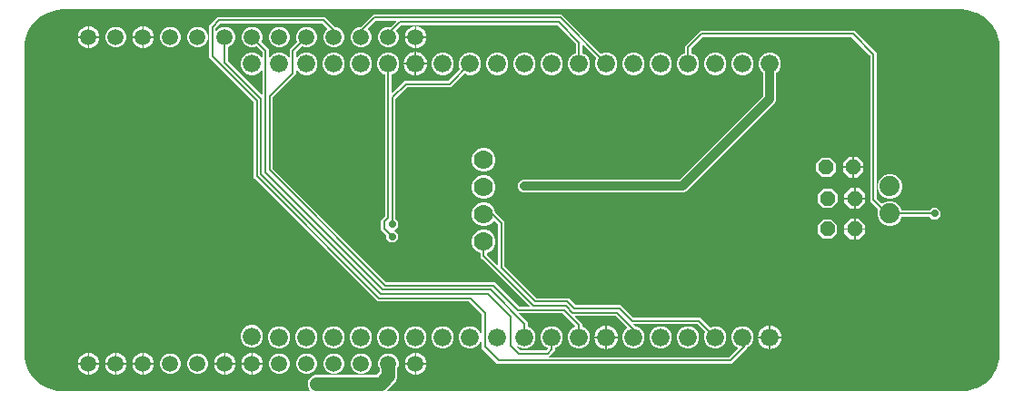
<source format=gbr>
G04 EAGLE Gerber RS-274X export*
G75*
%MOMM*%
%FSLAX34Y34*%
%LPD*%
%INBottom Copper*%
%IPPOS*%
%AMOC8*
5,1,8,0,0,1.08239X$1,22.5*%
G01*
%ADD10C,1.778000*%
%ADD11C,1.879600*%
%ADD12P,1.539592X8X22.500000*%
%ADD13C,1.676400*%
%ADD14C,1.508000*%
%ADD15C,0.706400*%
%ADD16C,0.812800*%
%ADD17C,0.200000*%
%ADD18C,0.756400*%
%ADD19C,1.270000*%

G36*
X275730Y-22631D02*
X275730Y-22631D01*
X275755Y-22634D01*
X275813Y-22612D01*
X275873Y-22598D01*
X275893Y-22581D01*
X275917Y-22572D01*
X275959Y-22527D01*
X276007Y-22488D01*
X276018Y-22464D01*
X276035Y-22445D01*
X276053Y-22386D01*
X276078Y-22329D01*
X276077Y-22304D01*
X276084Y-22279D01*
X276074Y-22218D01*
X276071Y-22156D01*
X276059Y-22134D01*
X276055Y-22108D01*
X276006Y-22037D01*
X275989Y-22004D01*
X275980Y-21998D01*
X275973Y-21988D01*
X274351Y-20365D01*
X273079Y-17296D01*
X273079Y-13974D01*
X274351Y-10905D01*
X276700Y-8556D01*
X279769Y-7284D01*
X337227Y-7284D01*
X337301Y-7267D01*
X337375Y-7254D01*
X337385Y-7247D01*
X337395Y-7245D01*
X337424Y-7221D01*
X337495Y-7173D01*
X339842Y-4826D01*
X339882Y-4762D01*
X339926Y-4700D01*
X339928Y-4688D01*
X339933Y-4679D01*
X339937Y-4642D01*
X339953Y-4558D01*
X339953Y-1623D01*
X339953Y-1622D01*
X339953Y-1620D01*
X339924Y-1478D01*
X338763Y1325D01*
X338763Y5121D01*
X340216Y8627D01*
X342900Y11311D01*
X346406Y12764D01*
X350202Y12764D01*
X353708Y11311D01*
X356392Y8627D01*
X357845Y5121D01*
X357845Y1325D01*
X356684Y-1478D01*
X356683Y-1480D01*
X356682Y-1481D01*
X356655Y-1623D01*
X356655Y-9835D01*
X355383Y-12904D01*
X346300Y-21988D01*
X346286Y-22010D01*
X346266Y-22026D01*
X346241Y-22083D01*
X346208Y-22135D01*
X346206Y-22161D01*
X346195Y-22185D01*
X346197Y-22246D01*
X346192Y-22308D01*
X346201Y-22332D01*
X346202Y-22358D01*
X346231Y-22412D01*
X346253Y-22470D01*
X346272Y-22487D01*
X346284Y-22510D01*
X346335Y-22545D01*
X346380Y-22587D01*
X346405Y-22595D01*
X346426Y-22610D01*
X346511Y-22626D01*
X346546Y-22637D01*
X346556Y-22635D01*
X346568Y-22637D01*
X882650Y-22637D01*
X882661Y-22635D01*
X882675Y-22636D01*
X887238Y-22337D01*
X887268Y-22328D01*
X887311Y-22325D01*
X896126Y-19963D01*
X896159Y-19946D01*
X896164Y-19944D01*
X896198Y-19936D01*
X896205Y-19930D01*
X896218Y-19925D01*
X904121Y-15363D01*
X904148Y-15337D01*
X904199Y-15302D01*
X910652Y-8849D01*
X910672Y-8817D01*
X910677Y-8812D01*
X910693Y-8799D01*
X910698Y-8788D01*
X910713Y-8771D01*
X915275Y-868D01*
X915286Y-831D01*
X915313Y-776D01*
X917675Y8039D01*
X917676Y8070D01*
X917680Y8084D01*
X917683Y8091D01*
X917683Y8095D01*
X917687Y8112D01*
X917986Y12675D01*
X917985Y12686D01*
X917987Y12700D01*
X917987Y298450D01*
X917985Y298461D01*
X917986Y298475D01*
X917687Y303038D01*
X917678Y303068D01*
X917675Y303111D01*
X915313Y311926D01*
X915296Y311959D01*
X915275Y312018D01*
X910713Y319921D01*
X910687Y319948D01*
X910652Y319999D01*
X904199Y326452D01*
X904167Y326472D01*
X904121Y326513D01*
X896218Y331075D01*
X896181Y331086D01*
X896126Y331113D01*
X887311Y333475D01*
X887280Y333476D01*
X887238Y333487D01*
X882675Y333786D01*
X882664Y333785D01*
X882650Y333787D01*
X44450Y333787D01*
X44439Y333785D01*
X44425Y333786D01*
X39862Y333487D01*
X39832Y333478D01*
X39789Y333475D01*
X30974Y331113D01*
X30941Y331096D01*
X30882Y331075D01*
X22979Y326513D01*
X22952Y326487D01*
X22901Y326452D01*
X16448Y319999D01*
X16428Y319967D01*
X16387Y319921D01*
X11825Y312018D01*
X11814Y311981D01*
X11787Y311926D01*
X9425Y303111D01*
X9424Y303080D01*
X9413Y303038D01*
X9114Y298475D01*
X9115Y298464D01*
X9113Y298450D01*
X9113Y12700D01*
X9115Y12689D01*
X9114Y12675D01*
X9413Y8112D01*
X9422Y8082D01*
X9425Y8039D01*
X10234Y5020D01*
X11787Y-776D01*
X11804Y-809D01*
X11825Y-868D01*
X16387Y-8771D01*
X16413Y-8798D01*
X16426Y-8821D01*
X16431Y-8825D01*
X16448Y-8849D01*
X22901Y-15302D01*
X22933Y-15322D01*
X22979Y-15363D01*
X30882Y-19925D01*
X30908Y-19933D01*
X30929Y-19948D01*
X30951Y-19952D01*
X30974Y-19963D01*
X39789Y-22325D01*
X39820Y-22326D01*
X39862Y-22337D01*
X44425Y-22636D01*
X44436Y-22635D01*
X44450Y-22637D01*
X275705Y-22637D01*
X275730Y-22631D01*
G37*
%LPC*%
G36*
X449607Y3349D02*
X449607Y3349D01*
X447738Y5218D01*
X437018Y15938D01*
X435149Y17807D01*
X435149Y25066D01*
X435146Y25079D01*
X435148Y25092D01*
X435127Y25163D01*
X435110Y25235D01*
X435102Y25245D01*
X435098Y25257D01*
X435047Y25311D01*
X435000Y25369D01*
X434988Y25374D01*
X434979Y25383D01*
X434909Y25409D01*
X434841Y25440D01*
X434828Y25439D01*
X434816Y25444D01*
X434743Y25436D01*
X434668Y25433D01*
X434657Y25427D01*
X434644Y25425D01*
X434581Y25386D01*
X434516Y25350D01*
X434509Y25340D01*
X434498Y25333D01*
X434418Y25212D01*
X433095Y22019D01*
X430175Y19098D01*
X426359Y17518D01*
X422228Y17518D01*
X418412Y19098D01*
X415491Y22019D01*
X413911Y25835D01*
X413911Y29966D01*
X415491Y33782D01*
X418412Y36703D01*
X422228Y38283D01*
X426359Y38283D01*
X430175Y36703D01*
X433095Y33782D01*
X434418Y30589D01*
X434425Y30579D01*
X434428Y30566D01*
X434475Y30509D01*
X434519Y30448D01*
X434530Y30442D01*
X434538Y30432D01*
X434606Y30402D01*
X434672Y30367D01*
X434685Y30367D01*
X434697Y30361D01*
X434771Y30364D01*
X434845Y30362D01*
X434857Y30368D01*
X434870Y30368D01*
X434935Y30403D01*
X435002Y30434D01*
X435011Y30445D01*
X435022Y30451D01*
X435064Y30511D01*
X435111Y30569D01*
X435114Y30582D01*
X435122Y30592D01*
X435149Y30735D01*
X435149Y49400D01*
X435132Y49474D01*
X435119Y49548D01*
X435112Y49558D01*
X435110Y49568D01*
X435086Y49597D01*
X435038Y49668D01*
X423428Y61278D01*
X423364Y61318D01*
X423302Y61362D01*
X423290Y61364D01*
X423281Y61369D01*
X423244Y61373D01*
X423160Y61389D01*
X338343Y61389D01*
X222679Y177053D01*
X222679Y247323D01*
X222662Y247397D01*
X222649Y247471D01*
X222642Y247482D01*
X222640Y247491D01*
X222616Y247520D01*
X222568Y247592D01*
X181149Y289010D01*
X181149Y318743D01*
X183018Y320612D01*
X187206Y324800D01*
X189075Y326669D01*
X289452Y326669D01*
X291321Y324800D01*
X298446Y317675D01*
X298510Y317635D01*
X298572Y317591D01*
X298584Y317589D01*
X298593Y317584D01*
X298630Y317580D01*
X298714Y317564D01*
X299402Y317564D01*
X302908Y316111D01*
X305592Y313427D01*
X307045Y309921D01*
X307045Y306125D01*
X305592Y302619D01*
X302908Y299935D01*
X299402Y298482D01*
X295606Y298482D01*
X292100Y299935D01*
X289416Y302619D01*
X287963Y306125D01*
X287963Y309921D01*
X289416Y313427D01*
X291542Y315554D01*
X291569Y315597D01*
X291604Y315634D01*
X291614Y315670D01*
X291633Y315701D01*
X291638Y315752D01*
X291653Y315801D01*
X291646Y315837D01*
X291650Y315873D01*
X291632Y315921D01*
X291623Y315971D01*
X291599Y316007D01*
X291588Y316035D01*
X291566Y316056D01*
X291542Y316091D01*
X287077Y320556D01*
X287013Y320596D01*
X286951Y320640D01*
X286939Y320642D01*
X286930Y320647D01*
X286893Y320651D01*
X286809Y320667D01*
X191718Y320667D01*
X191644Y320650D01*
X191570Y320637D01*
X191559Y320630D01*
X191550Y320628D01*
X191521Y320604D01*
X191450Y320556D01*
X187262Y316368D01*
X187222Y316304D01*
X187178Y316242D01*
X187176Y316230D01*
X187171Y316221D01*
X187167Y316184D01*
X187151Y316100D01*
X187151Y313680D01*
X187157Y313655D01*
X187154Y313630D01*
X187176Y313572D01*
X187190Y313512D01*
X187207Y313492D01*
X187216Y313468D01*
X187261Y313426D01*
X187300Y313378D01*
X187324Y313367D01*
X187343Y313350D01*
X187402Y313332D01*
X187459Y313307D01*
X187484Y313308D01*
X187509Y313301D01*
X187570Y313311D01*
X187632Y313314D01*
X187654Y313326D01*
X187680Y313330D01*
X187751Y313379D01*
X187784Y313396D01*
X187790Y313405D01*
X187800Y313411D01*
X190500Y316111D01*
X194006Y317564D01*
X197802Y317564D01*
X201308Y316111D01*
X203992Y313427D01*
X205445Y309921D01*
X205445Y306125D01*
X203992Y302619D01*
X201308Y299935D01*
X198815Y298902D01*
X198764Y298865D01*
X198708Y298835D01*
X198694Y298815D01*
X198675Y298801D01*
X198645Y298745D01*
X198608Y298693D01*
X198603Y298667D01*
X198593Y298648D01*
X198592Y298610D01*
X198581Y298551D01*
X198581Y285880D01*
X198598Y285806D01*
X198611Y285732D01*
X198618Y285722D01*
X198620Y285712D01*
X198644Y285683D01*
X198692Y285612D01*
X230030Y254274D01*
X230052Y254260D01*
X230068Y254240D01*
X230125Y254215D01*
X230177Y254182D01*
X230203Y254180D01*
X230227Y254169D01*
X230288Y254171D01*
X230350Y254166D01*
X230374Y254175D01*
X230400Y254176D01*
X230454Y254205D01*
X230512Y254227D01*
X230529Y254246D01*
X230552Y254258D01*
X230587Y254309D01*
X230629Y254354D01*
X230637Y254379D01*
X230652Y254400D01*
X230668Y254482D01*
X230672Y254493D01*
X230672Y254498D01*
X230679Y254520D01*
X230677Y254530D01*
X230679Y254542D01*
X230679Y277208D01*
X230676Y277221D01*
X230678Y277234D01*
X230657Y277305D01*
X230640Y277377D01*
X230632Y277387D01*
X230628Y277399D01*
X230577Y277453D01*
X230530Y277511D01*
X230518Y277516D01*
X230509Y277525D01*
X230439Y277551D01*
X230371Y277581D01*
X230359Y277581D01*
X230346Y277585D01*
X230273Y277578D01*
X230198Y277575D01*
X230187Y277569D01*
X230174Y277567D01*
X230111Y277528D01*
X230046Y277492D01*
X230039Y277481D01*
X230028Y277475D01*
X229948Y277354D01*
X229895Y277227D01*
X226975Y274306D01*
X223159Y272726D01*
X219028Y272726D01*
X215212Y274306D01*
X212291Y277227D01*
X210711Y281043D01*
X210711Y285174D01*
X212291Y288990D01*
X215212Y291911D01*
X219028Y293491D01*
X223159Y293491D01*
X226975Y291911D01*
X229895Y288990D01*
X229948Y288863D01*
X229955Y288853D01*
X229958Y288840D01*
X230006Y288783D01*
X230049Y288723D01*
X230060Y288716D01*
X230068Y288706D01*
X230136Y288676D01*
X230202Y288641D01*
X230215Y288641D01*
X230227Y288635D01*
X230301Y288638D01*
X230375Y288636D01*
X230387Y288642D01*
X230400Y288642D01*
X230465Y288678D01*
X230532Y288709D01*
X230541Y288719D01*
X230552Y288725D01*
X230594Y288785D01*
X230641Y288843D01*
X230644Y288856D01*
X230652Y288867D01*
X230679Y289009D01*
X230679Y294247D01*
X230662Y294321D01*
X230649Y294395D01*
X230642Y294405D01*
X230640Y294415D01*
X230616Y294444D01*
X230568Y294515D01*
X225785Y299298D01*
X225731Y299332D01*
X225682Y299372D01*
X225658Y299377D01*
X225638Y299390D01*
X225575Y299396D01*
X225513Y299410D01*
X225486Y299404D01*
X225465Y299406D01*
X225430Y299393D01*
X225371Y299381D01*
X223202Y298482D01*
X219406Y298482D01*
X215900Y299935D01*
X213216Y302619D01*
X211763Y306125D01*
X211763Y309921D01*
X213216Y313427D01*
X215900Y316111D01*
X219406Y317564D01*
X223202Y317564D01*
X226708Y316111D01*
X229392Y313427D01*
X230845Y309921D01*
X230845Y306125D01*
X229946Y303956D01*
X229936Y303894D01*
X229918Y303833D01*
X229922Y303809D01*
X229918Y303785D01*
X229937Y303725D01*
X229948Y303662D01*
X229963Y303640D01*
X229969Y303620D01*
X229995Y303592D01*
X230029Y303542D01*
X236681Y296890D01*
X236681Y288462D01*
X236684Y288449D01*
X236682Y288436D01*
X236703Y288365D01*
X236720Y288293D01*
X236728Y288283D01*
X236732Y288271D01*
X236783Y288217D01*
X236830Y288160D01*
X236842Y288154D01*
X236851Y288145D01*
X236921Y288119D01*
X236989Y288089D01*
X237001Y288089D01*
X237014Y288085D01*
X237088Y288092D01*
X237162Y288095D01*
X237173Y288101D01*
X237186Y288103D01*
X237249Y288143D01*
X237314Y288178D01*
X237321Y288189D01*
X237332Y288196D01*
X237412Y288316D01*
X237691Y288990D01*
X240612Y291911D01*
X244428Y293491D01*
X248559Y293491D01*
X252375Y291911D01*
X255295Y288990D01*
X255348Y288863D01*
X255355Y288853D01*
X255358Y288840D01*
X255406Y288783D01*
X255449Y288723D01*
X255460Y288716D01*
X255468Y288706D01*
X255536Y288676D01*
X255602Y288641D01*
X255615Y288641D01*
X255627Y288635D01*
X255701Y288638D01*
X255775Y288636D01*
X255787Y288642D01*
X255800Y288642D01*
X255865Y288678D01*
X255932Y288709D01*
X255941Y288719D01*
X255952Y288725D01*
X255994Y288785D01*
X256041Y288843D01*
X256044Y288856D01*
X256052Y288867D01*
X256079Y289009D01*
X256079Y296242D01*
X263379Y303542D01*
X263413Y303596D01*
X263453Y303645D01*
X263458Y303669D01*
X263471Y303689D01*
X263477Y303752D01*
X263491Y303814D01*
X263485Y303841D01*
X263487Y303862D01*
X263474Y303897D01*
X263462Y303956D01*
X262563Y306125D01*
X262563Y309921D01*
X264016Y313427D01*
X266700Y316111D01*
X270206Y317564D01*
X274002Y317564D01*
X277508Y316111D01*
X280192Y313427D01*
X281645Y309921D01*
X281645Y306125D01*
X280192Y302619D01*
X277508Y299935D01*
X274002Y298482D01*
X270206Y298482D01*
X268037Y299381D01*
X267975Y299391D01*
X267914Y299409D01*
X267890Y299405D01*
X267866Y299409D01*
X267806Y299390D01*
X267743Y299379D01*
X267721Y299364D01*
X267701Y299358D01*
X267673Y299332D01*
X267623Y299298D01*
X262192Y293867D01*
X262152Y293803D01*
X262108Y293741D01*
X262106Y293729D01*
X262101Y293720D01*
X262097Y293683D01*
X262081Y293599D01*
X262081Y288462D01*
X262084Y288449D01*
X262082Y288436D01*
X262103Y288365D01*
X262120Y288293D01*
X262128Y288283D01*
X262132Y288271D01*
X262183Y288217D01*
X262230Y288160D01*
X262242Y288154D01*
X262251Y288145D01*
X262321Y288119D01*
X262389Y288089D01*
X262401Y288089D01*
X262414Y288085D01*
X262488Y288092D01*
X262562Y288095D01*
X262573Y288101D01*
X262586Y288103D01*
X262649Y288143D01*
X262714Y288178D01*
X262721Y288189D01*
X262732Y288196D01*
X262812Y288316D01*
X263091Y288990D01*
X266012Y291911D01*
X269828Y293491D01*
X273959Y293491D01*
X277775Y291911D01*
X280695Y288990D01*
X282276Y285174D01*
X282276Y281043D01*
X280695Y277227D01*
X277775Y274306D01*
X273959Y272726D01*
X269828Y272726D01*
X266012Y274306D01*
X263091Y277227D01*
X262812Y277900D01*
X262805Y277911D01*
X262802Y277924D01*
X262755Y277981D01*
X262711Y278041D01*
X262700Y278047D01*
X262692Y278057D01*
X262624Y278088D01*
X262558Y278123D01*
X262545Y278123D01*
X262533Y278128D01*
X262459Y278125D01*
X262385Y278128D01*
X262373Y278122D01*
X262360Y278122D01*
X262295Y278086D01*
X262228Y278055D01*
X262219Y278045D01*
X262208Y278039D01*
X262166Y277978D01*
X262119Y277921D01*
X262116Y277908D01*
X262108Y277897D01*
X262081Y277755D01*
X262081Y273077D01*
X240792Y251788D01*
X240779Y251768D01*
X240762Y251754D01*
X240743Y251711D01*
X240708Y251662D01*
X240706Y251650D01*
X240701Y251641D01*
X240698Y251610D01*
X240691Y251595D01*
X240692Y251577D01*
X240681Y251520D01*
X240681Y185360D01*
X240693Y185306D01*
X240695Y185259D01*
X240706Y185238D01*
X240711Y185212D01*
X240718Y185202D01*
X240720Y185192D01*
X240744Y185163D01*
X240761Y185137D01*
X240778Y185107D01*
X240786Y185101D01*
X240792Y185092D01*
X346382Y79502D01*
X346446Y79462D01*
X346508Y79418D01*
X346520Y79416D01*
X346529Y79411D01*
X346566Y79407D01*
X346650Y79391D01*
X447400Y79391D01*
X470338Y56452D01*
X470403Y56412D01*
X470465Y56368D01*
X470477Y56366D01*
X470486Y56361D01*
X470523Y56357D01*
X470607Y56341D01*
X479401Y56341D01*
X479426Y56347D01*
X479452Y56344D01*
X479510Y56366D01*
X479570Y56380D01*
X479590Y56397D01*
X479614Y56406D01*
X479656Y56451D01*
X479704Y56490D01*
X479714Y56514D01*
X479732Y56533D01*
X479749Y56592D01*
X479775Y56649D01*
X479774Y56674D01*
X479781Y56699D01*
X479770Y56760D01*
X479768Y56822D01*
X479756Y56844D01*
X479751Y56870D01*
X479703Y56941D01*
X479685Y56974D01*
X479677Y56980D01*
X479670Y56990D01*
X435987Y100673D01*
X434118Y102542D01*
X434118Y106403D01*
X434103Y106465D01*
X434097Y106528D01*
X434084Y106548D01*
X434078Y106572D01*
X434038Y106621D01*
X434004Y106674D01*
X433982Y106689D01*
X433968Y106705D01*
X433934Y106721D01*
X433883Y106754D01*
X430950Y107969D01*
X427886Y111033D01*
X426228Y115036D01*
X426228Y119368D01*
X427886Y123371D01*
X430950Y126435D01*
X434952Y128093D01*
X439285Y128093D01*
X443288Y126435D01*
X446351Y123371D01*
X448009Y119368D01*
X448009Y115036D01*
X446351Y111033D01*
X443288Y107969D01*
X440354Y106754D01*
X440303Y106717D01*
X440247Y106687D01*
X440233Y106667D01*
X440213Y106653D01*
X440184Y106597D01*
X440147Y106545D01*
X440142Y106519D01*
X440132Y106500D01*
X440131Y106462D01*
X440119Y106403D01*
X440119Y105186D01*
X440137Y105112D01*
X440150Y105037D01*
X440157Y105027D01*
X440159Y105017D01*
X440183Y104988D01*
X440231Y104917D01*
X449765Y95382D01*
X449787Y95369D01*
X449803Y95349D01*
X449860Y95323D01*
X449912Y95291D01*
X449938Y95288D01*
X449962Y95278D01*
X450023Y95280D01*
X450085Y95274D01*
X450109Y95283D01*
X450135Y95284D01*
X450189Y95314D01*
X450247Y95336D01*
X450264Y95355D01*
X450287Y95367D01*
X450322Y95418D01*
X450364Y95463D01*
X450372Y95488D01*
X450387Y95509D01*
X450403Y95593D01*
X450414Y95629D01*
X450412Y95639D01*
X450414Y95651D01*
X450414Y133061D01*
X450397Y133135D01*
X450384Y133209D01*
X450377Y133219D01*
X450375Y133229D01*
X450351Y133258D01*
X450303Y133329D01*
X447002Y136630D01*
X446970Y136650D01*
X446943Y136678D01*
X446897Y136696D01*
X446855Y136722D01*
X446817Y136725D01*
X446781Y136739D01*
X446732Y136733D01*
X446683Y136738D01*
X446647Y136724D01*
X446608Y136720D01*
X446567Y136694D01*
X446521Y136676D01*
X446494Y136648D01*
X446462Y136628D01*
X446428Y136577D01*
X446403Y136549D01*
X446397Y136529D01*
X446382Y136507D01*
X446351Y136433D01*
X443288Y133369D01*
X439285Y131711D01*
X434952Y131711D01*
X430950Y133369D01*
X427886Y136433D01*
X426228Y140436D01*
X426228Y144768D01*
X427886Y148771D01*
X430950Y151835D01*
X434952Y153493D01*
X439285Y153493D01*
X443288Y151835D01*
X446351Y148771D01*
X448009Y144768D01*
X448009Y144268D01*
X448022Y144213D01*
X448023Y144192D01*
X448029Y144181D01*
X448040Y144119D01*
X448047Y144109D01*
X448049Y144099D01*
X448073Y144070D01*
X448121Y143999D01*
X456416Y135704D01*
X456416Y94546D01*
X456433Y94472D01*
X456446Y94397D01*
X456453Y94387D01*
X456455Y94377D01*
X456479Y94349D01*
X456527Y94277D01*
X486352Y64452D01*
X486417Y64412D01*
X486479Y64368D01*
X486491Y64366D01*
X486499Y64361D01*
X486536Y64357D01*
X486621Y64341D01*
X516367Y64341D01*
X522795Y57912D01*
X522860Y57872D01*
X522922Y57828D01*
X522934Y57826D01*
X522943Y57821D01*
X522980Y57817D01*
X523064Y57801D01*
X564933Y57801D01*
X576442Y46292D01*
X576506Y46252D01*
X576568Y46208D01*
X576580Y46206D01*
X576589Y46201D01*
X576626Y46197D01*
X576710Y46181D01*
X638857Y46181D01*
X640726Y44312D01*
X647768Y37270D01*
X647822Y37236D01*
X647871Y37196D01*
X647894Y37191D01*
X647915Y37178D01*
X647978Y37172D01*
X648040Y37158D01*
X648067Y37164D01*
X648087Y37162D01*
X648123Y37175D01*
X648182Y37187D01*
X650828Y38283D01*
X654959Y38283D01*
X658775Y36703D01*
X661695Y33782D01*
X663276Y29966D01*
X663276Y25835D01*
X661695Y22019D01*
X658775Y19098D01*
X654959Y17518D01*
X650828Y17518D01*
X647012Y19098D01*
X644091Y22019D01*
X642511Y25835D01*
X642511Y29966D01*
X643607Y32612D01*
X643617Y32674D01*
X643635Y32735D01*
X643631Y32759D01*
X643635Y32783D01*
X643616Y32843D01*
X643605Y32906D01*
X643590Y32928D01*
X643584Y32948D01*
X643558Y32976D01*
X643524Y33026D01*
X636482Y40068D01*
X636418Y40108D01*
X636356Y40152D01*
X636343Y40154D01*
X636335Y40159D01*
X636298Y40163D01*
X636213Y40179D01*
X577122Y40179D01*
X577097Y40173D01*
X577072Y40176D01*
X577014Y40154D01*
X576954Y40140D01*
X576934Y40123D01*
X576910Y40114D01*
X576868Y40069D01*
X576820Y40030D01*
X576809Y40006D01*
X576792Y39987D01*
X576774Y39928D01*
X576749Y39871D01*
X576750Y39846D01*
X576743Y39821D01*
X576753Y39760D01*
X576756Y39698D01*
X576768Y39676D01*
X576772Y39650D01*
X576821Y39579D01*
X576838Y39546D01*
X576847Y39540D01*
X576854Y39530D01*
X577825Y38559D01*
X577989Y38395D01*
X578054Y38354D01*
X578116Y38311D01*
X578128Y38308D01*
X578136Y38303D01*
X578173Y38300D01*
X578258Y38283D01*
X578759Y38283D01*
X582575Y36703D01*
X585495Y33782D01*
X587076Y29966D01*
X587076Y25835D01*
X585495Y22019D01*
X582575Y19098D01*
X578759Y17518D01*
X574628Y17518D01*
X570812Y19098D01*
X567891Y22019D01*
X566311Y25835D01*
X566311Y29966D01*
X567891Y33782D01*
X570734Y36625D01*
X570761Y36668D01*
X570796Y36705D01*
X570806Y36741D01*
X570825Y36772D01*
X570830Y36823D01*
X570845Y36872D01*
X570838Y36908D01*
X570842Y36944D01*
X570824Y36992D01*
X570815Y37042D01*
X570791Y37078D01*
X570780Y37106D01*
X570758Y37127D01*
X570734Y37162D01*
X560208Y47688D01*
X560144Y47728D01*
X560082Y47772D01*
X560070Y47774D01*
X560061Y47779D01*
X560024Y47783D01*
X559940Y47799D01*
X522512Y47799D01*
X522487Y47793D01*
X522462Y47796D01*
X522404Y47774D01*
X522344Y47760D01*
X522324Y47743D01*
X522300Y47734D01*
X522258Y47689D01*
X522210Y47650D01*
X522199Y47626D01*
X522182Y47607D01*
X522164Y47548D01*
X522139Y47491D01*
X522140Y47466D01*
X522133Y47441D01*
X522143Y47380D01*
X522146Y47318D01*
X522158Y47296D01*
X522162Y47270D01*
X522211Y47199D01*
X522228Y47166D01*
X522237Y47160D01*
X522244Y47150D01*
X528894Y40500D01*
X528894Y38150D01*
X528908Y38088D01*
X528915Y38025D01*
X528928Y38004D01*
X528933Y37981D01*
X528974Y37932D01*
X529008Y37878D01*
X529030Y37864D01*
X529044Y37847D01*
X529078Y37832D01*
X529129Y37798D01*
X531775Y36703D01*
X534695Y33782D01*
X536276Y29966D01*
X536276Y25835D01*
X534695Y22019D01*
X531775Y19098D01*
X527959Y17518D01*
X523828Y17518D01*
X520012Y19098D01*
X517091Y22019D01*
X515511Y25835D01*
X515511Y29966D01*
X517091Y33782D01*
X520012Y36703D01*
X522450Y37713D01*
X522482Y37735D01*
X522517Y37749D01*
X522551Y37785D01*
X522591Y37814D01*
X522609Y37848D01*
X522635Y37876D01*
X522649Y37923D01*
X522672Y37967D01*
X522673Y38005D01*
X522684Y38042D01*
X522676Y38090D01*
X522677Y38140D01*
X522661Y38175D01*
X522655Y38213D01*
X522621Y38263D01*
X522605Y38297D01*
X522589Y38310D01*
X522574Y38333D01*
X510678Y50228D01*
X510614Y50268D01*
X510552Y50312D01*
X510540Y50314D01*
X510531Y50319D01*
X510494Y50323D01*
X510410Y50339D01*
X470442Y50339D01*
X470417Y50333D01*
X470392Y50336D01*
X470334Y50314D01*
X470274Y50300D01*
X470254Y50283D01*
X470230Y50274D01*
X470188Y50229D01*
X470140Y50190D01*
X470129Y50166D01*
X470112Y50147D01*
X470094Y50088D01*
X470069Y50031D01*
X470070Y50006D01*
X470063Y49981D01*
X470073Y49920D01*
X470076Y49858D01*
X470088Y49836D01*
X470092Y49810D01*
X470141Y49739D01*
X470158Y49706D01*
X470167Y49700D01*
X470174Y49690D01*
X478094Y41770D01*
X478094Y38150D01*
X478108Y38088D01*
X478115Y38025D01*
X478128Y38004D01*
X478133Y37981D01*
X478174Y37932D01*
X478208Y37878D01*
X478230Y37864D01*
X478244Y37847D01*
X478278Y37832D01*
X478329Y37798D01*
X480975Y36703D01*
X483895Y33782D01*
X485476Y29966D01*
X485476Y25835D01*
X483895Y22019D01*
X480975Y19098D01*
X477159Y17518D01*
X473028Y17518D01*
X469212Y19098D01*
X466291Y22019D01*
X466012Y22692D01*
X466005Y22703D01*
X466002Y22716D01*
X465955Y22773D01*
X465911Y22833D01*
X465900Y22839D01*
X465892Y22849D01*
X465824Y22880D01*
X465758Y22915D01*
X465745Y22915D01*
X465733Y22920D01*
X465659Y22917D01*
X465585Y22920D01*
X465573Y22914D01*
X465560Y22914D01*
X465495Y22878D01*
X465428Y22847D01*
X465419Y22837D01*
X465408Y22831D01*
X465366Y22770D01*
X465319Y22713D01*
X465316Y22700D01*
X465308Y22689D01*
X465281Y22547D01*
X465281Y21720D01*
X465298Y21646D01*
X465311Y21572D01*
X465318Y21562D01*
X465320Y21552D01*
X465344Y21523D01*
X465392Y21452D01*
X471032Y15812D01*
X471096Y15772D01*
X471158Y15728D01*
X471170Y15726D01*
X471179Y15721D01*
X471216Y15717D01*
X471300Y15701D01*
X495170Y15701D01*
X495244Y15718D01*
X495318Y15731D01*
X495329Y15738D01*
X495338Y15740D01*
X495367Y15764D01*
X495438Y15812D01*
X497118Y17491D01*
X497138Y17524D01*
X497166Y17550D01*
X497183Y17597D01*
X497209Y17639D01*
X497213Y17677D01*
X497226Y17713D01*
X497221Y17762D01*
X497226Y17811D01*
X497212Y17847D01*
X497208Y17885D01*
X497182Y17927D01*
X497164Y17973D01*
X497136Y17999D01*
X497115Y18032D01*
X497065Y18065D01*
X497037Y18091D01*
X497017Y18097D01*
X496994Y18112D01*
X494612Y19098D01*
X491691Y22019D01*
X490111Y25835D01*
X490111Y29966D01*
X491691Y33782D01*
X494612Y36703D01*
X498428Y38283D01*
X502559Y38283D01*
X506375Y36703D01*
X509295Y33782D01*
X510876Y29966D01*
X510876Y25835D01*
X509295Y22019D01*
X506375Y19098D01*
X503729Y18002D01*
X503677Y17965D01*
X503621Y17935D01*
X503608Y17915D01*
X503588Y17901D01*
X503558Y17845D01*
X503522Y17793D01*
X503516Y17767D01*
X503507Y17748D01*
X503506Y17711D01*
X503494Y17651D01*
X503494Y15380D01*
X499682Y11568D01*
X498114Y10000D01*
X498100Y9978D01*
X498080Y9962D01*
X498055Y9905D01*
X498022Y9853D01*
X498020Y9827D01*
X498009Y9803D01*
X498011Y9742D01*
X498006Y9680D01*
X498015Y9656D01*
X498016Y9630D01*
X498045Y9576D01*
X498067Y9518D01*
X498086Y9501D01*
X498098Y9478D01*
X498149Y9443D01*
X498194Y9401D01*
X498219Y9393D01*
X498240Y9378D01*
X498325Y9362D01*
X498360Y9351D01*
X498370Y9353D01*
X498382Y9351D01*
X665350Y9351D01*
X665424Y9368D01*
X665498Y9381D01*
X665508Y9388D01*
X665518Y9390D01*
X665547Y9414D01*
X665618Y9462D01*
X674020Y17863D01*
X674040Y17896D01*
X674068Y17922D01*
X674085Y17969D01*
X674111Y18011D01*
X674115Y18049D01*
X674128Y18085D01*
X674123Y18134D01*
X674128Y18183D01*
X674114Y18219D01*
X674110Y18257D01*
X674084Y18299D01*
X674066Y18345D01*
X674038Y18371D01*
X674017Y18404D01*
X673967Y18437D01*
X673939Y18463D01*
X673919Y18469D01*
X673896Y18484D01*
X672412Y19098D01*
X669491Y22019D01*
X667911Y25835D01*
X667911Y29966D01*
X669491Y33782D01*
X672412Y36703D01*
X676228Y38283D01*
X680359Y38283D01*
X684175Y36703D01*
X687095Y33782D01*
X688676Y29966D01*
X688676Y25835D01*
X687095Y22019D01*
X684175Y19098D01*
X682685Y18482D01*
X682634Y18445D01*
X682578Y18414D01*
X682564Y18395D01*
X682545Y18381D01*
X682515Y18324D01*
X682478Y18273D01*
X682473Y18246D01*
X682463Y18228D01*
X682462Y18190D01*
X682451Y18130D01*
X682451Y17807D01*
X667993Y3349D01*
X449607Y3349D01*
G37*
%LPD*%
%LPC*%
G36*
X474098Y162793D02*
X474098Y162793D01*
X471869Y163717D01*
X470163Y165423D01*
X469239Y167652D01*
X469239Y170064D01*
X470163Y172293D01*
X471869Y173999D01*
X474098Y174923D01*
X619603Y174923D01*
X619677Y174940D01*
X619752Y174953D01*
X619762Y174960D01*
X619772Y174962D01*
X619801Y174986D01*
X619872Y175034D01*
X697517Y252679D01*
X697557Y252744D01*
X697601Y252806D01*
X697603Y252818D01*
X697609Y252826D01*
X697612Y252863D01*
X697629Y252948D01*
X697629Y274332D01*
X697611Y274406D01*
X697610Y274412D01*
X697609Y274439D01*
X697604Y274449D01*
X697598Y274481D01*
X697591Y274491D01*
X697589Y274501D01*
X697565Y274530D01*
X697537Y274572D01*
X697526Y274591D01*
X697522Y274594D01*
X697517Y274601D01*
X694891Y277227D01*
X693311Y281043D01*
X693311Y285174D01*
X694891Y288990D01*
X697812Y291911D01*
X701628Y293491D01*
X705759Y293491D01*
X709575Y291911D01*
X712495Y288990D01*
X714076Y285174D01*
X714076Y281043D01*
X712495Y277227D01*
X709869Y274601D01*
X709857Y274581D01*
X709842Y274569D01*
X709824Y274529D01*
X709786Y274475D01*
X709783Y274462D01*
X709778Y274454D01*
X709775Y274419D01*
X709771Y274410D01*
X709771Y274400D01*
X709758Y274332D01*
X709758Y249072D01*
X708835Y246843D01*
X625708Y163717D01*
X623479Y162793D01*
X474098Y162793D01*
G37*
%LPD*%
%LPC*%
G36*
X523828Y272726D02*
X523828Y272726D01*
X520012Y274306D01*
X517091Y277227D01*
X515511Y281043D01*
X515511Y285174D01*
X517091Y288990D01*
X520012Y291911D01*
X522658Y293006D01*
X522662Y293009D01*
X522663Y293010D01*
X522671Y293016D01*
X522709Y293044D01*
X522765Y293074D01*
X522779Y293093D01*
X522799Y293107D01*
X522828Y293164D01*
X522865Y293216D01*
X522870Y293242D01*
X522880Y293260D01*
X522881Y293298D01*
X522893Y293358D01*
X522893Y301826D01*
X522875Y301900D01*
X522862Y301975D01*
X522855Y301985D01*
X522853Y301995D01*
X522829Y302024D01*
X522781Y302095D01*
X505598Y319278D01*
X505534Y319318D01*
X505472Y319362D01*
X505460Y319364D01*
X505451Y319369D01*
X505414Y319373D01*
X505330Y319389D01*
X360620Y319389D01*
X360546Y319372D01*
X360472Y319359D01*
X360462Y319352D01*
X360452Y319350D01*
X360423Y319326D01*
X360352Y319278D01*
X355716Y314642D01*
X355689Y314599D01*
X355654Y314561D01*
X355644Y314526D01*
X355624Y314495D01*
X355619Y314444D01*
X355605Y314395D01*
X355611Y314359D01*
X355608Y314322D01*
X355626Y314275D01*
X355634Y314224D01*
X355658Y314189D01*
X355669Y314160D01*
X355692Y314139D01*
X355716Y314104D01*
X356392Y313427D01*
X357845Y309921D01*
X357845Y306125D01*
X356392Y302619D01*
X353708Y299935D01*
X350202Y298482D01*
X346406Y298482D01*
X342900Y299935D01*
X340216Y302619D01*
X338763Y306125D01*
X338763Y309921D01*
X340216Y313427D01*
X342900Y316111D01*
X346406Y317564D01*
X349993Y317564D01*
X350067Y317581D01*
X350141Y317594D01*
X350152Y317601D01*
X350161Y317603D01*
X350190Y317627D01*
X350261Y317675D01*
X355326Y322740D01*
X355340Y322762D01*
X355360Y322778D01*
X355385Y322835D01*
X355418Y322887D01*
X355420Y322913D01*
X355431Y322937D01*
X355429Y322998D01*
X355434Y323060D01*
X355425Y323084D01*
X355424Y323110D01*
X355395Y323164D01*
X355373Y323222D01*
X355354Y323239D01*
X355342Y323262D01*
X355291Y323297D01*
X355246Y323339D01*
X355221Y323347D01*
X355200Y323362D01*
X355115Y323378D01*
X355080Y323389D01*
X355070Y323387D01*
X355058Y323389D01*
X336680Y323389D01*
X336606Y323372D01*
X336532Y323359D01*
X336522Y323352D01*
X336512Y323350D01*
X336483Y323326D01*
X336412Y323278D01*
X329046Y315912D01*
X329019Y315869D01*
X328984Y315831D01*
X328974Y315796D01*
X328954Y315765D01*
X328949Y315714D01*
X328935Y315665D01*
X328941Y315629D01*
X328938Y315592D01*
X328956Y315544D01*
X328964Y315494D01*
X328988Y315459D01*
X328999Y315430D01*
X329022Y315409D01*
X329046Y315374D01*
X330992Y313427D01*
X332445Y309921D01*
X332445Y306125D01*
X330992Y302619D01*
X328308Y299935D01*
X324802Y298482D01*
X321006Y298482D01*
X317500Y299935D01*
X314816Y302619D01*
X313363Y306125D01*
X313363Y309921D01*
X314816Y313427D01*
X317500Y316111D01*
X321006Y317564D01*
X322053Y317564D01*
X322127Y317581D01*
X322201Y317594D01*
X322211Y317601D01*
X322221Y317603D01*
X322250Y317627D01*
X322321Y317675D01*
X334037Y329391D01*
X509630Y329391D01*
X546433Y292588D01*
X546487Y292554D01*
X546536Y292514D01*
X546560Y292509D01*
X546580Y292496D01*
X546644Y292490D01*
X546705Y292476D01*
X546732Y292482D01*
X546753Y292480D01*
X546788Y292493D01*
X546847Y292505D01*
X549228Y293491D01*
X553359Y293491D01*
X557175Y291911D01*
X560095Y288990D01*
X561676Y285174D01*
X561676Y281043D01*
X560095Y277227D01*
X557175Y274306D01*
X553359Y272726D01*
X549228Y272726D01*
X545412Y274306D01*
X542491Y277227D01*
X540911Y281043D01*
X540911Y285174D01*
X542116Y288085D01*
X542127Y288148D01*
X542145Y288208D01*
X542141Y288232D01*
X542144Y288256D01*
X542126Y288317D01*
X542115Y288379D01*
X542100Y288402D01*
X542094Y288422D01*
X542068Y288449D01*
X542034Y288499D01*
X529543Y300990D01*
X529521Y301004D01*
X529505Y301024D01*
X529448Y301049D01*
X529396Y301081D01*
X529370Y301084D01*
X529347Y301095D01*
X529285Y301092D01*
X529223Y301098D01*
X529199Y301089D01*
X529174Y301088D01*
X529119Y301058D01*
X529062Y301036D01*
X529044Y301017D01*
X529021Y301005D01*
X528986Y300955D01*
X528944Y300909D01*
X528936Y300885D01*
X528922Y300863D01*
X528905Y300779D01*
X528895Y300743D01*
X528896Y300733D01*
X528894Y300721D01*
X528894Y293358D01*
X528908Y293296D01*
X528915Y293233D01*
X528928Y293212D01*
X528933Y293189D01*
X528974Y293140D01*
X529008Y293086D01*
X529030Y293072D01*
X529044Y293055D01*
X529078Y293040D01*
X529129Y293006D01*
X531775Y291911D01*
X534695Y288990D01*
X536276Y285174D01*
X536276Y281043D01*
X534695Y277227D01*
X531775Y274306D01*
X527959Y272726D01*
X523828Y272726D01*
G37*
%LPD*%
%LPC*%
G36*
X813158Y132089D02*
X813158Y132089D01*
X808968Y133825D01*
X805762Y137031D01*
X804026Y141221D01*
X804026Y145755D01*
X804598Y147136D01*
X804609Y147199D01*
X804627Y147260D01*
X804622Y147283D01*
X804626Y147307D01*
X804608Y147368D01*
X804597Y147430D01*
X804582Y147453D01*
X804576Y147473D01*
X804550Y147500D01*
X804516Y147551D01*
X798968Y153098D01*
X797099Y154967D01*
X797099Y290700D01*
X797087Y290751D01*
X797086Y290789D01*
X797076Y290807D01*
X797069Y290848D01*
X797062Y290858D01*
X797060Y290868D01*
X797036Y290897D01*
X796988Y290968D01*
X779918Y308038D01*
X779854Y308078D01*
X779792Y308122D01*
X779780Y308124D01*
X779771Y308129D01*
X779734Y308133D01*
X779650Y308149D01*
X641480Y308149D01*
X641406Y308132D01*
X641332Y308119D01*
X641322Y308112D01*
X641312Y308110D01*
X641283Y308086D01*
X641212Y308038D01*
X630605Y297432D01*
X630579Y297390D01*
X630572Y297384D01*
X630563Y297364D01*
X630522Y297305D01*
X630519Y297293D01*
X630514Y297284D01*
X630510Y297247D01*
X630510Y297246D01*
X630501Y297225D01*
X630502Y297203D01*
X630494Y297163D01*
X630494Y293358D01*
X630508Y293296D01*
X630515Y293233D01*
X630528Y293212D01*
X630533Y293189D01*
X630574Y293140D01*
X630608Y293086D01*
X630630Y293072D01*
X630644Y293055D01*
X630678Y293040D01*
X630729Y293006D01*
X633375Y291911D01*
X636295Y288990D01*
X637876Y285174D01*
X637876Y281043D01*
X636295Y277227D01*
X633375Y274306D01*
X629559Y272726D01*
X625428Y272726D01*
X621612Y274306D01*
X618691Y277227D01*
X617111Y281043D01*
X617111Y285174D01*
X618691Y288990D01*
X621612Y291911D01*
X624258Y293006D01*
X624262Y293009D01*
X624263Y293010D01*
X624271Y293016D01*
X624309Y293044D01*
X624365Y293074D01*
X624379Y293093D01*
X624399Y293108D01*
X624428Y293164D01*
X624465Y293216D01*
X624470Y293242D01*
X624480Y293261D01*
X624481Y293298D01*
X624493Y293358D01*
X624493Y299806D01*
X638837Y314151D01*
X782293Y314151D01*
X803101Y293343D01*
X803101Y157610D01*
X803118Y157536D01*
X803123Y157506D01*
X803123Y157501D01*
X803125Y157498D01*
X803131Y157462D01*
X803138Y157451D01*
X803140Y157442D01*
X803164Y157413D01*
X803201Y157358D01*
X803206Y157348D01*
X803209Y157347D01*
X803212Y157342D01*
X807916Y152637D01*
X807960Y152610D01*
X807997Y152576D01*
X808032Y152565D01*
X808064Y152546D01*
X808114Y152541D01*
X808163Y152527D01*
X808200Y152533D01*
X808236Y152529D01*
X808284Y152548D01*
X808334Y152556D01*
X808369Y152580D01*
X808398Y152591D01*
X808419Y152613D01*
X808454Y152637D01*
X808968Y153151D01*
X813158Y154887D01*
X817692Y154887D01*
X821882Y153151D01*
X825088Y149945D01*
X826423Y146723D01*
X826460Y146672D01*
X826490Y146616D01*
X826510Y146602D01*
X826524Y146583D01*
X826580Y146553D01*
X826632Y146516D01*
X826658Y146511D01*
X826677Y146501D01*
X826714Y146500D01*
X826774Y146489D01*
X852247Y146489D01*
X852321Y146506D01*
X852396Y146519D01*
X852406Y146526D01*
X852415Y146528D01*
X852444Y146552D01*
X852516Y146600D01*
X854958Y149043D01*
X859542Y149043D01*
X862783Y145802D01*
X862783Y141218D01*
X859542Y137977D01*
X854958Y137977D01*
X852560Y140376D01*
X852495Y140416D01*
X852433Y140460D01*
X852421Y140462D01*
X852412Y140467D01*
X852375Y140471D01*
X852291Y140487D01*
X826774Y140487D01*
X826712Y140473D01*
X826649Y140466D01*
X826629Y140453D01*
X826605Y140448D01*
X826556Y140407D01*
X826503Y140373D01*
X826488Y140351D01*
X826472Y140338D01*
X826456Y140303D01*
X826423Y140253D01*
X825088Y137031D01*
X821882Y133825D01*
X817692Y132089D01*
X813158Y132089D01*
G37*
%LPD*%
%LPC*%
G36*
X349498Y116387D02*
X349498Y116387D01*
X346257Y119628D01*
X346257Y123052D01*
X346240Y123126D01*
X346227Y123200D01*
X346220Y123210D01*
X346218Y123220D01*
X346194Y123249D01*
X346146Y123320D01*
X341169Y128297D01*
X341169Y137133D01*
X344981Y140945D01*
X345021Y141009D01*
X345065Y141071D01*
X345067Y141084D01*
X345073Y141092D01*
X345076Y141129D01*
X345093Y141214D01*
X345093Y272859D01*
X345079Y272917D01*
X345079Y272918D01*
X345078Y272921D01*
X345071Y272984D01*
X345059Y273004D01*
X345053Y273028D01*
X345013Y273077D01*
X344979Y273131D01*
X344956Y273145D01*
X344943Y273162D01*
X344908Y273177D01*
X344858Y273210D01*
X342212Y274306D01*
X339291Y277227D01*
X337711Y281043D01*
X337711Y285174D01*
X339291Y288990D01*
X342212Y291911D01*
X346028Y293491D01*
X350159Y293491D01*
X353975Y291911D01*
X356895Y288990D01*
X358476Y285174D01*
X358476Y281043D01*
X356895Y277227D01*
X353975Y274306D01*
X351329Y273210D01*
X351277Y273173D01*
X351221Y273143D01*
X351208Y273124D01*
X351188Y273109D01*
X351158Y273053D01*
X351122Y273001D01*
X351116Y272975D01*
X351107Y272956D01*
X351106Y272919D01*
X351094Y272859D01*
X351094Y255926D01*
X351100Y255901D01*
X351097Y255875D01*
X351119Y255817D01*
X351133Y255757D01*
X351150Y255737D01*
X351159Y255713D01*
X351204Y255671D01*
X351244Y255623D01*
X351267Y255613D01*
X351286Y255595D01*
X351345Y255578D01*
X351402Y255552D01*
X351428Y255553D01*
X351452Y255546D01*
X351513Y255557D01*
X351575Y255559D01*
X351598Y255571D01*
X351623Y255576D01*
X351694Y255624D01*
X351727Y255642D01*
X351733Y255650D01*
X351743Y255657D01*
X363247Y267161D01*
X403944Y267161D01*
X404018Y267178D01*
X404093Y267191D01*
X404103Y267198D01*
X404113Y267200D01*
X404142Y267224D01*
X404213Y267272D01*
X414924Y277983D01*
X414958Y278037D01*
X414997Y278086D01*
X415003Y278110D01*
X415015Y278130D01*
X415022Y278193D01*
X415035Y278255D01*
X415030Y278282D01*
X415032Y278303D01*
X415019Y278338D01*
X415006Y278397D01*
X413911Y281043D01*
X413911Y285174D01*
X415491Y288990D01*
X418412Y291911D01*
X422228Y293491D01*
X426359Y293491D01*
X430175Y291911D01*
X433095Y288990D01*
X434676Y285174D01*
X434676Y281043D01*
X433095Y277227D01*
X430175Y274306D01*
X426359Y272726D01*
X422228Y272726D01*
X419582Y273822D01*
X419519Y273832D01*
X419459Y273850D01*
X419435Y273846D01*
X419411Y273850D01*
X419350Y273831D01*
X419288Y273820D01*
X419265Y273805D01*
X419245Y273799D01*
X419218Y273773D01*
X419168Y273739D01*
X406588Y261159D01*
X365890Y261159D01*
X365816Y261142D01*
X365742Y261129D01*
X365732Y261122D01*
X365722Y261120D01*
X365693Y261096D01*
X365622Y261048D01*
X355205Y250632D01*
X355196Y250617D01*
X355191Y250613D01*
X355185Y250599D01*
X355165Y250567D01*
X355122Y250505D01*
X355119Y250493D01*
X355114Y250484D01*
X355110Y250447D01*
X355094Y250363D01*
X355094Y138028D01*
X355111Y137954D01*
X355124Y137879D01*
X355131Y137869D01*
X355133Y137859D01*
X355157Y137830D01*
X355205Y137759D01*
X357323Y135642D01*
X357323Y131058D01*
X354168Y127904D01*
X354141Y127861D01*
X354107Y127823D01*
X354096Y127788D01*
X354077Y127757D01*
X354072Y127706D01*
X354058Y127657D01*
X354064Y127621D01*
X354060Y127584D01*
X354079Y127537D01*
X354087Y127486D01*
X354111Y127451D01*
X354122Y127422D01*
X354144Y127401D01*
X354168Y127366D01*
X357323Y124212D01*
X357323Y119628D01*
X354082Y116387D01*
X349498Y116387D01*
G37*
%LPD*%
%LPC*%
G36*
X813158Y157489D02*
X813158Y157489D01*
X808968Y159225D01*
X805762Y162431D01*
X804026Y166621D01*
X804026Y171155D01*
X805762Y175345D01*
X808968Y178551D01*
X813158Y180287D01*
X817692Y180287D01*
X821882Y178551D01*
X825088Y175345D01*
X826824Y171155D01*
X826824Y166621D01*
X825088Y162431D01*
X821882Y159225D01*
X817692Y157489D01*
X813158Y157489D01*
G37*
%LPD*%
%LPC*%
G36*
X434952Y182511D02*
X434952Y182511D01*
X430950Y184169D01*
X427886Y187233D01*
X426228Y191236D01*
X426228Y195568D01*
X427886Y199571D01*
X430950Y202635D01*
X434952Y204293D01*
X439285Y204293D01*
X443288Y202635D01*
X446351Y199571D01*
X448009Y195568D01*
X448009Y191236D01*
X446351Y187233D01*
X443288Y184169D01*
X439285Y182511D01*
X434952Y182511D01*
G37*
%LPD*%
%LPC*%
G36*
X434952Y157111D02*
X434952Y157111D01*
X430950Y158769D01*
X427886Y161833D01*
X426228Y165836D01*
X426228Y170168D01*
X427886Y174171D01*
X430950Y177235D01*
X434952Y178893D01*
X439285Y178893D01*
X443288Y177235D01*
X446351Y174171D01*
X448009Y170168D01*
X448009Y165836D01*
X446351Y161833D01*
X443288Y158769D01*
X439285Y157111D01*
X434952Y157111D01*
G37*
%LPD*%
%LPC*%
G36*
X447628Y272726D02*
X447628Y272726D01*
X443812Y274306D01*
X440891Y277227D01*
X439311Y281043D01*
X439311Y285174D01*
X440891Y288990D01*
X443812Y291911D01*
X447628Y293491D01*
X451759Y293491D01*
X455575Y291911D01*
X458495Y288990D01*
X460076Y285174D01*
X460076Y281043D01*
X458495Y277227D01*
X455575Y274306D01*
X451759Y272726D01*
X447628Y272726D01*
G37*
%LPD*%
%LPC*%
G36*
X473028Y272726D02*
X473028Y272726D01*
X469212Y274306D01*
X466291Y277227D01*
X464711Y281043D01*
X464711Y285174D01*
X466291Y288990D01*
X469212Y291911D01*
X473028Y293491D01*
X477159Y293491D01*
X480975Y291911D01*
X483895Y288990D01*
X485476Y285174D01*
X485476Y281043D01*
X483895Y277227D01*
X480975Y274306D01*
X477159Y272726D01*
X473028Y272726D01*
G37*
%LPD*%
%LPC*%
G36*
X396828Y272726D02*
X396828Y272726D01*
X393012Y274306D01*
X390091Y277227D01*
X388511Y281043D01*
X388511Y285174D01*
X390091Y288990D01*
X393012Y291911D01*
X396828Y293491D01*
X400959Y293491D01*
X404775Y291911D01*
X407695Y288990D01*
X409276Y285174D01*
X409276Y281043D01*
X407695Y277227D01*
X404775Y274306D01*
X400959Y272726D01*
X396828Y272726D01*
G37*
%LPD*%
%LPC*%
G36*
X498428Y272726D02*
X498428Y272726D01*
X494612Y274306D01*
X491691Y277227D01*
X490111Y281043D01*
X490111Y285174D01*
X491691Y288990D01*
X494612Y291911D01*
X498428Y293491D01*
X502559Y293491D01*
X506375Y291911D01*
X509295Y288990D01*
X510876Y285174D01*
X510876Y281043D01*
X509295Y277227D01*
X506375Y274306D01*
X502559Y272726D01*
X498428Y272726D01*
G37*
%LPD*%
%LPC*%
G36*
X676228Y272726D02*
X676228Y272726D01*
X672412Y274306D01*
X669491Y277227D01*
X667911Y281043D01*
X667911Y285174D01*
X669491Y288990D01*
X672412Y291911D01*
X676228Y293491D01*
X680359Y293491D01*
X684175Y291911D01*
X687095Y288990D01*
X688676Y285174D01*
X688676Y281043D01*
X687095Y277227D01*
X684175Y274306D01*
X680359Y272726D01*
X676228Y272726D01*
G37*
%LPD*%
%LPC*%
G36*
X320628Y17518D02*
X320628Y17518D01*
X316812Y19098D01*
X313891Y22019D01*
X312311Y25835D01*
X312311Y29966D01*
X313891Y33782D01*
X316812Y36703D01*
X320628Y38283D01*
X324759Y38283D01*
X328575Y36703D01*
X331495Y33782D01*
X333076Y29966D01*
X333076Y25835D01*
X331495Y22019D01*
X328575Y19098D01*
X324759Y17518D01*
X320628Y17518D01*
G37*
%LPD*%
%LPC*%
G36*
X650828Y272726D02*
X650828Y272726D01*
X647012Y274306D01*
X644091Y277227D01*
X642511Y281043D01*
X642511Y285174D01*
X644091Y288990D01*
X647012Y291911D01*
X650828Y293491D01*
X654959Y293491D01*
X658775Y291911D01*
X661695Y288990D01*
X663276Y285174D01*
X663276Y281043D01*
X661695Y277227D01*
X658775Y274306D01*
X654959Y272726D01*
X650828Y272726D01*
G37*
%LPD*%
%LPC*%
G36*
X244428Y17518D02*
X244428Y17518D01*
X240612Y19098D01*
X237691Y22019D01*
X236111Y25835D01*
X236111Y29966D01*
X237691Y33782D01*
X240612Y36703D01*
X244428Y38283D01*
X248559Y38283D01*
X252375Y36703D01*
X255295Y33782D01*
X256876Y29966D01*
X256876Y25835D01*
X255295Y22019D01*
X252375Y19098D01*
X248559Y17518D01*
X244428Y17518D01*
G37*
%LPD*%
%LPC*%
G36*
X600028Y272726D02*
X600028Y272726D01*
X596212Y274306D01*
X593291Y277227D01*
X591711Y281043D01*
X591711Y285174D01*
X593291Y288990D01*
X596212Y291911D01*
X600028Y293491D01*
X604159Y293491D01*
X607975Y291911D01*
X610895Y288990D01*
X612476Y285174D01*
X612476Y281043D01*
X610895Y277227D01*
X607975Y274306D01*
X604159Y272726D01*
X600028Y272726D01*
G37*
%LPD*%
%LPC*%
G36*
X346028Y17518D02*
X346028Y17518D01*
X342212Y19098D01*
X339291Y22019D01*
X337711Y25835D01*
X337711Y29966D01*
X339291Y33782D01*
X342212Y36703D01*
X346028Y38283D01*
X350159Y38283D01*
X353975Y36703D01*
X356895Y33782D01*
X358476Y29966D01*
X358476Y25835D01*
X356895Y22019D01*
X353975Y19098D01*
X350159Y17518D01*
X346028Y17518D01*
G37*
%LPD*%
%LPC*%
G36*
X269828Y17518D02*
X269828Y17518D01*
X266012Y19098D01*
X263091Y22019D01*
X261511Y25835D01*
X261511Y29966D01*
X263091Y33782D01*
X266012Y36703D01*
X269828Y38283D01*
X273959Y38283D01*
X277775Y36703D01*
X280695Y33782D01*
X282276Y29966D01*
X282276Y25835D01*
X280695Y22019D01*
X277775Y19098D01*
X273959Y17518D01*
X269828Y17518D01*
G37*
%LPD*%
%LPC*%
G36*
X295228Y17518D02*
X295228Y17518D01*
X291412Y19098D01*
X288491Y22019D01*
X286911Y25835D01*
X286911Y29966D01*
X288491Y33782D01*
X291412Y36703D01*
X295228Y38283D01*
X299359Y38283D01*
X303175Y36703D01*
X306095Y33782D01*
X307676Y29966D01*
X307676Y25835D01*
X306095Y22019D01*
X303175Y19098D01*
X299359Y17518D01*
X295228Y17518D01*
G37*
%LPD*%
%LPC*%
G36*
X219028Y18518D02*
X219028Y18518D01*
X215212Y20098D01*
X212291Y23019D01*
X210711Y26835D01*
X210711Y30966D01*
X212291Y34782D01*
X215212Y37703D01*
X219028Y39283D01*
X223159Y39283D01*
X226975Y37703D01*
X229895Y34782D01*
X231476Y30966D01*
X231476Y26835D01*
X229895Y23019D01*
X226975Y20098D01*
X223159Y18518D01*
X219028Y18518D01*
G37*
%LPD*%
%LPC*%
G36*
X600028Y17518D02*
X600028Y17518D01*
X596212Y19098D01*
X593291Y22019D01*
X591711Y25835D01*
X591711Y29966D01*
X593291Y33782D01*
X596212Y36703D01*
X600028Y38283D01*
X604159Y38283D01*
X607975Y36703D01*
X610895Y33782D01*
X612476Y29966D01*
X612476Y25835D01*
X610895Y22019D01*
X607975Y19098D01*
X604159Y17518D01*
X600028Y17518D01*
G37*
%LPD*%
%LPC*%
G36*
X396828Y17518D02*
X396828Y17518D01*
X393012Y19098D01*
X390091Y22019D01*
X388511Y25835D01*
X388511Y29966D01*
X390091Y33782D01*
X393012Y36703D01*
X396828Y38283D01*
X400959Y38283D01*
X404775Y36703D01*
X407695Y33782D01*
X409276Y29966D01*
X409276Y25835D01*
X407695Y22019D01*
X404775Y19098D01*
X400959Y17518D01*
X396828Y17518D01*
G37*
%LPD*%
%LPC*%
G36*
X371428Y17518D02*
X371428Y17518D01*
X367612Y19098D01*
X364691Y22019D01*
X363111Y25835D01*
X363111Y29966D01*
X364691Y33782D01*
X367612Y36703D01*
X371428Y38283D01*
X375559Y38283D01*
X379375Y36703D01*
X382295Y33782D01*
X383876Y29966D01*
X383876Y25835D01*
X382295Y22019D01*
X379375Y19098D01*
X375559Y17518D01*
X371428Y17518D01*
G37*
%LPD*%
%LPC*%
G36*
X574628Y272726D02*
X574628Y272726D01*
X570812Y274306D01*
X567891Y277227D01*
X566311Y281043D01*
X566311Y285174D01*
X567891Y288990D01*
X570812Y291911D01*
X574628Y293491D01*
X578759Y293491D01*
X582575Y291911D01*
X585495Y288990D01*
X587076Y285174D01*
X587076Y281043D01*
X585495Y277227D01*
X582575Y274306D01*
X578759Y272726D01*
X574628Y272726D01*
G37*
%LPD*%
%LPC*%
G36*
X295228Y272726D02*
X295228Y272726D01*
X291412Y274306D01*
X288491Y277227D01*
X286911Y281043D01*
X286911Y285174D01*
X288491Y288990D01*
X291412Y291911D01*
X295228Y293491D01*
X299359Y293491D01*
X303175Y291911D01*
X306095Y288990D01*
X307676Y285174D01*
X307676Y281043D01*
X306095Y277227D01*
X303175Y274306D01*
X299359Y272726D01*
X295228Y272726D01*
G37*
%LPD*%
%LPC*%
G36*
X320628Y272726D02*
X320628Y272726D01*
X316812Y274306D01*
X313891Y277227D01*
X312311Y281043D01*
X312311Y285174D01*
X313891Y288990D01*
X316812Y291911D01*
X320628Y293491D01*
X324759Y293491D01*
X328575Y291911D01*
X331495Y288990D01*
X333076Y285174D01*
X333076Y281043D01*
X331495Y277227D01*
X328575Y274306D01*
X324759Y272726D01*
X320628Y272726D01*
G37*
%LPD*%
%LPC*%
G36*
X625428Y17518D02*
X625428Y17518D01*
X621612Y19098D01*
X618691Y22019D01*
X617111Y25835D01*
X617111Y29966D01*
X618691Y33782D01*
X621612Y36703D01*
X625428Y38283D01*
X629559Y38283D01*
X633375Y36703D01*
X636295Y33782D01*
X637876Y29966D01*
X637876Y25835D01*
X636295Y22019D01*
X633375Y19098D01*
X629559Y17518D01*
X625428Y17518D01*
G37*
%LPD*%
%LPC*%
G36*
X168606Y298482D02*
X168606Y298482D01*
X165100Y299935D01*
X162416Y302619D01*
X160963Y306125D01*
X160963Y309921D01*
X162416Y313427D01*
X165100Y316111D01*
X168606Y317564D01*
X172402Y317564D01*
X175908Y316111D01*
X178592Y313427D01*
X180045Y309921D01*
X180045Y306125D01*
X178592Y302619D01*
X175908Y299935D01*
X172402Y298482D01*
X168606Y298482D01*
G37*
%LPD*%
%LPC*%
G36*
X244806Y298482D02*
X244806Y298482D01*
X241300Y299935D01*
X238616Y302619D01*
X237163Y306125D01*
X237163Y309921D01*
X238616Y313427D01*
X241300Y316111D01*
X244806Y317564D01*
X248602Y317564D01*
X252108Y316111D01*
X254792Y313427D01*
X256245Y309921D01*
X256245Y306125D01*
X254792Y302619D01*
X252108Y299935D01*
X248602Y298482D01*
X244806Y298482D01*
G37*
%LPD*%
%LPC*%
G36*
X143206Y298482D02*
X143206Y298482D01*
X139700Y299935D01*
X137016Y302619D01*
X135563Y306125D01*
X135563Y309921D01*
X137016Y313427D01*
X139700Y316111D01*
X143206Y317564D01*
X147002Y317564D01*
X150508Y316111D01*
X153192Y313427D01*
X154645Y309921D01*
X154645Y306125D01*
X153192Y302619D01*
X150508Y299935D01*
X147002Y298482D01*
X143206Y298482D01*
G37*
%LPD*%
%LPC*%
G36*
X92406Y298482D02*
X92406Y298482D01*
X88900Y299935D01*
X86216Y302619D01*
X84763Y306125D01*
X84763Y309921D01*
X86216Y313427D01*
X88900Y316111D01*
X92406Y317564D01*
X96202Y317564D01*
X99708Y316111D01*
X102392Y313427D01*
X103845Y309921D01*
X103845Y306125D01*
X102392Y302619D01*
X99708Y299935D01*
X96202Y298482D01*
X92406Y298482D01*
G37*
%LPD*%
%LPC*%
G36*
X244806Y-6318D02*
X244806Y-6318D01*
X241300Y-4865D01*
X238616Y-2181D01*
X237163Y1325D01*
X237163Y5121D01*
X238616Y8627D01*
X241300Y11311D01*
X244806Y12764D01*
X248602Y12764D01*
X252108Y11311D01*
X254792Y8627D01*
X256245Y5121D01*
X256245Y1325D01*
X254792Y-2181D01*
X252108Y-4865D01*
X248602Y-6318D01*
X244806Y-6318D01*
G37*
%LPD*%
%LPC*%
G36*
X321006Y-6318D02*
X321006Y-6318D01*
X317500Y-4865D01*
X314816Y-2181D01*
X313363Y1325D01*
X313363Y5121D01*
X314816Y8627D01*
X317500Y11311D01*
X321006Y12764D01*
X324802Y12764D01*
X328308Y11311D01*
X330992Y8627D01*
X332445Y5121D01*
X332445Y1325D01*
X330992Y-2181D01*
X328308Y-4865D01*
X324802Y-6318D01*
X321006Y-6318D01*
G37*
%LPD*%
%LPC*%
G36*
X143206Y-6318D02*
X143206Y-6318D01*
X139700Y-4865D01*
X137016Y-2181D01*
X135563Y1325D01*
X135563Y5121D01*
X137016Y8627D01*
X139700Y11311D01*
X143206Y12764D01*
X147002Y12764D01*
X150508Y11311D01*
X153192Y8627D01*
X154645Y5121D01*
X154645Y1325D01*
X153192Y-2181D01*
X150508Y-4865D01*
X147002Y-6318D01*
X143206Y-6318D01*
G37*
%LPD*%
%LPC*%
G36*
X168606Y-6318D02*
X168606Y-6318D01*
X165100Y-4865D01*
X162416Y-2181D01*
X160963Y1325D01*
X160963Y5121D01*
X162416Y8627D01*
X165100Y11311D01*
X168606Y12764D01*
X172402Y12764D01*
X175908Y11311D01*
X178592Y8627D01*
X180045Y5121D01*
X180045Y1325D01*
X178592Y-2181D01*
X175908Y-4865D01*
X172402Y-6318D01*
X168606Y-6318D01*
G37*
%LPD*%
%LPC*%
G36*
X270206Y-6318D02*
X270206Y-6318D01*
X266700Y-4865D01*
X264016Y-2181D01*
X262563Y1325D01*
X262563Y5121D01*
X264016Y8627D01*
X266700Y11311D01*
X270206Y12764D01*
X274002Y12764D01*
X277508Y11311D01*
X280192Y8627D01*
X281645Y5121D01*
X281645Y1325D01*
X280192Y-2181D01*
X277508Y-4865D01*
X274002Y-6318D01*
X270206Y-6318D01*
G37*
%LPD*%
%LPC*%
G36*
X295606Y-6318D02*
X295606Y-6318D01*
X292100Y-4865D01*
X289416Y-2181D01*
X287963Y1325D01*
X287963Y5121D01*
X289416Y8627D01*
X292100Y11311D01*
X295606Y12764D01*
X299402Y12764D01*
X302908Y11311D01*
X305592Y8627D01*
X307045Y5121D01*
X307045Y1325D01*
X305592Y-2181D01*
X302908Y-4865D01*
X299402Y-6318D01*
X295606Y-6318D01*
G37*
%LPD*%
%LPC*%
G36*
X753828Y148367D02*
X753828Y148367D01*
X748490Y153705D01*
X748490Y161255D01*
X753828Y166593D01*
X761378Y166593D01*
X766716Y161255D01*
X766716Y153705D01*
X761378Y148367D01*
X753828Y148367D01*
G37*
%LPD*%
%LPC*%
G36*
X753677Y119785D02*
X753677Y119785D01*
X748339Y125123D01*
X748339Y132673D01*
X753677Y138011D01*
X761227Y138011D01*
X766565Y132673D01*
X766565Y125123D01*
X761227Y119785D01*
X753677Y119785D01*
G37*
%LPD*%
%LPC*%
G36*
X752298Y177547D02*
X752298Y177547D01*
X746960Y182885D01*
X746960Y190435D01*
X752298Y195773D01*
X759848Y195773D01*
X765186Y190435D01*
X765186Y182885D01*
X759848Y177547D01*
X752298Y177547D01*
G37*
%LPD*%
%LPC*%
G36*
X552054Y28662D02*
X552054Y28662D01*
X552054Y38823D01*
X552153Y38823D01*
X553851Y38554D01*
X555486Y38023D01*
X557018Y37242D01*
X558409Y36232D01*
X559625Y35016D01*
X560635Y33625D01*
X561416Y32093D01*
X561947Y30458D01*
X562216Y28760D01*
X562216Y28662D01*
X552054Y28662D01*
G37*
%LPD*%
%LPC*%
G36*
X704454Y28662D02*
X704454Y28662D01*
X704454Y38823D01*
X704553Y38823D01*
X706251Y38554D01*
X707886Y38023D01*
X709418Y37242D01*
X710809Y36232D01*
X712025Y35016D01*
X713035Y33625D01*
X713816Y32093D01*
X714347Y30458D01*
X714616Y28760D01*
X714616Y28662D01*
X704454Y28662D01*
G37*
%LPD*%
%LPC*%
G36*
X374254Y283870D02*
X374254Y283870D01*
X374254Y294031D01*
X374353Y294031D01*
X376051Y293762D01*
X377686Y293231D01*
X379218Y292450D01*
X380609Y291440D01*
X381825Y290224D01*
X382835Y288833D01*
X383616Y287301D01*
X384147Y285666D01*
X384416Y283968D01*
X384416Y283870D01*
X374254Y283870D01*
G37*
%LPD*%
%LPC*%
G36*
X552054Y16978D02*
X552054Y16978D01*
X552054Y27139D01*
X562216Y27139D01*
X562216Y27041D01*
X561947Y25343D01*
X561416Y23708D01*
X560635Y22176D01*
X559625Y20785D01*
X558409Y19569D01*
X557018Y18559D01*
X555486Y17778D01*
X553851Y17247D01*
X552153Y16978D01*
X552054Y16978D01*
G37*
%LPD*%
%LPC*%
G36*
X692771Y28662D02*
X692771Y28662D01*
X692771Y28760D01*
X693039Y30458D01*
X693571Y32093D01*
X694351Y33625D01*
X695362Y35016D01*
X696578Y36232D01*
X697968Y37242D01*
X699500Y38023D01*
X701135Y38554D01*
X702834Y38823D01*
X702932Y38823D01*
X702932Y28662D01*
X692771Y28662D01*
G37*
%LPD*%
%LPC*%
G36*
X540371Y28662D02*
X540371Y28662D01*
X540371Y28760D01*
X540639Y30458D01*
X541171Y32093D01*
X541951Y33625D01*
X542962Y35016D01*
X544178Y36232D01*
X545568Y37242D01*
X547100Y38023D01*
X548735Y38554D01*
X550434Y38823D01*
X550532Y38823D01*
X550532Y28662D01*
X540371Y28662D01*
G37*
%LPD*%
%LPC*%
G36*
X704454Y16978D02*
X704454Y16978D01*
X704454Y27139D01*
X714616Y27139D01*
X714616Y27041D01*
X714347Y25343D01*
X713816Y23708D01*
X713035Y22176D01*
X712025Y20785D01*
X710809Y19569D01*
X709418Y18559D01*
X707886Y17778D01*
X706251Y17247D01*
X704553Y16978D01*
X704454Y16978D01*
G37*
%LPD*%
%LPC*%
G36*
X374254Y272186D02*
X374254Y272186D01*
X374254Y282347D01*
X384416Y282347D01*
X384416Y282249D01*
X384147Y280551D01*
X383616Y278916D01*
X382835Y277384D01*
X381825Y275993D01*
X380609Y274777D01*
X379218Y273767D01*
X377686Y272986D01*
X376051Y272455D01*
X374353Y272186D01*
X374254Y272186D01*
G37*
%LPD*%
%LPC*%
G36*
X362571Y283870D02*
X362571Y283870D01*
X362571Y283968D01*
X362839Y285666D01*
X363371Y287301D01*
X364151Y288833D01*
X365162Y290224D01*
X366378Y291440D01*
X367768Y292450D01*
X369300Y293231D01*
X370935Y293762D01*
X372634Y294031D01*
X372732Y294031D01*
X372732Y283870D01*
X362571Y283870D01*
G37*
%LPD*%
%LPC*%
G36*
X702834Y16978D02*
X702834Y16978D01*
X701135Y17247D01*
X699500Y17778D01*
X697968Y18559D01*
X696578Y19569D01*
X695362Y20785D01*
X694351Y22176D01*
X693571Y23708D01*
X693039Y25343D01*
X692771Y27041D01*
X692771Y27139D01*
X702932Y27139D01*
X702932Y16978D01*
X702834Y16978D01*
G37*
%LPD*%
%LPC*%
G36*
X550434Y16978D02*
X550434Y16978D01*
X548735Y17247D01*
X547100Y17778D01*
X545568Y18559D01*
X544178Y19569D01*
X542962Y20785D01*
X541951Y22176D01*
X541171Y23708D01*
X540639Y25343D01*
X540371Y27041D01*
X540371Y27139D01*
X550532Y27139D01*
X550532Y16978D01*
X550434Y16978D01*
G37*
%LPD*%
%LPC*%
G36*
X372634Y272186D02*
X372634Y272186D01*
X370935Y272455D01*
X369300Y272986D01*
X367768Y273767D01*
X366378Y274777D01*
X365162Y275993D01*
X364151Y277384D01*
X363371Y278916D01*
X362839Y280551D01*
X362571Y282249D01*
X362571Y282347D01*
X372732Y282347D01*
X372732Y272186D01*
X372634Y272186D01*
G37*
%LPD*%
%LPC*%
G36*
X69665Y308784D02*
X69665Y308784D01*
X69665Y318104D01*
X69697Y318104D01*
X71265Y317855D01*
X72774Y317365D01*
X74188Y316645D01*
X75471Y315712D01*
X76593Y314590D01*
X77526Y313307D01*
X78246Y311893D01*
X78736Y310384D01*
X78985Y308816D01*
X78985Y308784D01*
X69665Y308784D01*
G37*
%LPD*%
%LPC*%
G36*
X374465Y308784D02*
X374465Y308784D01*
X374465Y318104D01*
X374497Y318104D01*
X376065Y317855D01*
X377574Y317365D01*
X378988Y316645D01*
X380271Y315712D01*
X381393Y314590D01*
X382326Y313307D01*
X383046Y311893D01*
X383536Y310384D01*
X383785Y308816D01*
X383785Y308784D01*
X374465Y308784D01*
G37*
%LPD*%
%LPC*%
G36*
X120465Y308784D02*
X120465Y308784D01*
X120465Y318104D01*
X120497Y318104D01*
X122065Y317855D01*
X123574Y317365D01*
X124988Y316645D01*
X126271Y315712D01*
X127393Y314590D01*
X128326Y313307D01*
X129046Y311893D01*
X129536Y310384D01*
X129785Y308816D01*
X129785Y308784D01*
X120465Y308784D01*
G37*
%LPD*%
%LPC*%
G36*
X222065Y3984D02*
X222065Y3984D01*
X222065Y13304D01*
X222097Y13304D01*
X223665Y13055D01*
X225174Y12565D01*
X226588Y11845D01*
X227871Y10912D01*
X228993Y9790D01*
X229926Y8507D01*
X230646Y7093D01*
X231136Y5584D01*
X231385Y4016D01*
X231385Y3984D01*
X222065Y3984D01*
G37*
%LPD*%
%LPC*%
G36*
X196665Y3984D02*
X196665Y3984D01*
X196665Y13304D01*
X196697Y13304D01*
X198265Y13055D01*
X199774Y12565D01*
X201188Y11845D01*
X202471Y10912D01*
X203593Y9790D01*
X204526Y8507D01*
X205246Y7093D01*
X205736Y5584D01*
X205985Y4016D01*
X205985Y3984D01*
X196665Y3984D01*
G37*
%LPD*%
%LPC*%
G36*
X120465Y3984D02*
X120465Y3984D01*
X120465Y13304D01*
X120497Y13304D01*
X122065Y13055D01*
X123574Y12565D01*
X124988Y11845D01*
X126271Y10912D01*
X127393Y9790D01*
X128326Y8507D01*
X129046Y7093D01*
X129536Y5584D01*
X129785Y4016D01*
X129785Y3984D01*
X120465Y3984D01*
G37*
%LPD*%
%LPC*%
G36*
X374465Y3984D02*
X374465Y3984D01*
X374465Y13304D01*
X374497Y13304D01*
X376065Y13055D01*
X377574Y12565D01*
X378988Y11845D01*
X380271Y10912D01*
X381393Y9790D01*
X382326Y8507D01*
X383046Y7093D01*
X383536Y5584D01*
X383785Y4016D01*
X383785Y3984D01*
X374465Y3984D01*
G37*
%LPD*%
%LPC*%
G36*
X95065Y3984D02*
X95065Y3984D01*
X95065Y13304D01*
X95097Y13304D01*
X96665Y13055D01*
X98174Y12565D01*
X99588Y11845D01*
X100871Y10912D01*
X101993Y9790D01*
X102926Y8507D01*
X103646Y7093D01*
X104136Y5584D01*
X104385Y4016D01*
X104385Y3984D01*
X95065Y3984D01*
G37*
%LPD*%
%LPC*%
G36*
X69665Y3984D02*
X69665Y3984D01*
X69665Y13304D01*
X69697Y13304D01*
X71265Y13055D01*
X72774Y12565D01*
X74188Y11845D01*
X75471Y10912D01*
X76593Y9790D01*
X77526Y8507D01*
X78246Y7093D01*
X78736Y5584D01*
X78985Y4016D01*
X78985Y3984D01*
X69665Y3984D01*
G37*
%LPD*%
%LPC*%
G36*
X109623Y308784D02*
X109623Y308784D01*
X109623Y308816D01*
X109872Y310384D01*
X110362Y311893D01*
X111082Y313307D01*
X112015Y314590D01*
X113137Y315712D01*
X114420Y316645D01*
X115834Y317365D01*
X117343Y317855D01*
X118911Y318104D01*
X118943Y318104D01*
X118943Y308784D01*
X109623Y308784D01*
G37*
%LPD*%
%LPC*%
G36*
X58823Y308784D02*
X58823Y308784D01*
X58823Y308816D01*
X59072Y310384D01*
X59562Y311893D01*
X60282Y313307D01*
X61215Y314590D01*
X62337Y315712D01*
X63620Y316645D01*
X65034Y317365D01*
X66543Y317855D01*
X68111Y318104D01*
X68143Y318104D01*
X68143Y308784D01*
X58823Y308784D01*
G37*
%LPD*%
%LPC*%
G36*
X58823Y3984D02*
X58823Y3984D01*
X58823Y4016D01*
X59072Y5584D01*
X59562Y7093D01*
X60282Y8507D01*
X61215Y9790D01*
X62337Y10912D01*
X63620Y11845D01*
X65034Y12565D01*
X66543Y13055D01*
X68111Y13304D01*
X68143Y13304D01*
X68143Y3984D01*
X58823Y3984D01*
G37*
%LPD*%
%LPC*%
G36*
X363623Y3984D02*
X363623Y3984D01*
X363623Y4016D01*
X363872Y5584D01*
X364362Y7093D01*
X365082Y8507D01*
X366015Y9790D01*
X367137Y10912D01*
X368420Y11845D01*
X369834Y12565D01*
X371343Y13055D01*
X372911Y13304D01*
X372943Y13304D01*
X372943Y3984D01*
X363623Y3984D01*
G37*
%LPD*%
%LPC*%
G36*
X211223Y3984D02*
X211223Y3984D01*
X211223Y4016D01*
X211472Y5584D01*
X211962Y7093D01*
X212682Y8507D01*
X213615Y9790D01*
X214737Y10912D01*
X216020Y11845D01*
X217434Y12565D01*
X218943Y13055D01*
X220511Y13304D01*
X220543Y13304D01*
X220543Y3984D01*
X211223Y3984D01*
G37*
%LPD*%
%LPC*%
G36*
X109623Y3984D02*
X109623Y3984D01*
X109623Y4016D01*
X109872Y5584D01*
X110362Y7093D01*
X111082Y8507D01*
X112015Y9790D01*
X113137Y10912D01*
X114420Y11845D01*
X115834Y12565D01*
X117343Y13055D01*
X118911Y13304D01*
X118943Y13304D01*
X118943Y3984D01*
X109623Y3984D01*
G37*
%LPD*%
%LPC*%
G36*
X84223Y3984D02*
X84223Y3984D01*
X84223Y4016D01*
X84472Y5584D01*
X84962Y7093D01*
X85682Y8507D01*
X86615Y9790D01*
X87737Y10912D01*
X89020Y11845D01*
X90434Y12565D01*
X91943Y13055D01*
X93511Y13304D01*
X93543Y13304D01*
X93543Y3984D01*
X84223Y3984D01*
G37*
%LPD*%
%LPC*%
G36*
X120465Y297942D02*
X120465Y297942D01*
X120465Y307262D01*
X129785Y307262D01*
X129785Y307230D01*
X129536Y305662D01*
X129046Y304153D01*
X128326Y302739D01*
X127393Y301456D01*
X126271Y300334D01*
X124988Y299401D01*
X123574Y298681D01*
X122065Y298191D01*
X120497Y297942D01*
X120465Y297942D01*
G37*
%LPD*%
%LPC*%
G36*
X69665Y297942D02*
X69665Y297942D01*
X69665Y307262D01*
X78985Y307262D01*
X78985Y307230D01*
X78736Y305662D01*
X78246Y304153D01*
X77526Y302739D01*
X76593Y301456D01*
X75471Y300334D01*
X74188Y299401D01*
X72774Y298681D01*
X71265Y298191D01*
X69697Y297942D01*
X69665Y297942D01*
G37*
%LPD*%
%LPC*%
G36*
X185823Y3984D02*
X185823Y3984D01*
X185823Y4016D01*
X186072Y5584D01*
X186562Y7093D01*
X187282Y8507D01*
X188215Y9790D01*
X189337Y10912D01*
X190620Y11845D01*
X192034Y12565D01*
X193543Y13055D01*
X195111Y13304D01*
X195143Y13304D01*
X195143Y3984D01*
X185823Y3984D01*
G37*
%LPD*%
%LPC*%
G36*
X374465Y297942D02*
X374465Y297942D01*
X374465Y307262D01*
X383785Y307262D01*
X383785Y307230D01*
X383536Y305662D01*
X383046Y304153D01*
X382326Y302739D01*
X381393Y301456D01*
X380271Y300334D01*
X378988Y299401D01*
X377574Y298681D01*
X376065Y298191D01*
X374497Y297942D01*
X374465Y297942D01*
G37*
%LPD*%
%LPC*%
G36*
X363623Y308784D02*
X363623Y308784D01*
X363623Y308816D01*
X363872Y310384D01*
X364362Y311893D01*
X365082Y313307D01*
X366015Y314590D01*
X367137Y315712D01*
X368420Y316645D01*
X369834Y317365D01*
X371343Y317855D01*
X372911Y318104D01*
X372943Y318104D01*
X372943Y308784D01*
X363623Y308784D01*
G37*
%LPD*%
%LPC*%
G36*
X374465Y-6858D02*
X374465Y-6858D01*
X374465Y2462D01*
X383785Y2462D01*
X383785Y2430D01*
X383536Y862D01*
X383046Y-647D01*
X382326Y-2061D01*
X381393Y-3344D01*
X380271Y-4466D01*
X378988Y-5399D01*
X377574Y-6119D01*
X376065Y-6609D01*
X374497Y-6858D01*
X374465Y-6858D01*
G37*
%LPD*%
%LPC*%
G36*
X222065Y-6858D02*
X222065Y-6858D01*
X222065Y2462D01*
X231385Y2462D01*
X231385Y2430D01*
X231136Y862D01*
X230646Y-647D01*
X229926Y-2061D01*
X228993Y-3344D01*
X227871Y-4466D01*
X226588Y-5399D01*
X225174Y-6119D01*
X223665Y-6609D01*
X222097Y-6858D01*
X222065Y-6858D01*
G37*
%LPD*%
%LPC*%
G36*
X196665Y-6858D02*
X196665Y-6858D01*
X196665Y2462D01*
X205985Y2462D01*
X205985Y2430D01*
X205736Y862D01*
X205246Y-647D01*
X204526Y-2061D01*
X203593Y-3344D01*
X202471Y-4466D01*
X201188Y-5399D01*
X199774Y-6119D01*
X198265Y-6609D01*
X196697Y-6858D01*
X196665Y-6858D01*
G37*
%LPD*%
%LPC*%
G36*
X120465Y-6858D02*
X120465Y-6858D01*
X120465Y2462D01*
X129785Y2462D01*
X129785Y2430D01*
X129536Y862D01*
X129046Y-647D01*
X128326Y-2061D01*
X127393Y-3344D01*
X126271Y-4466D01*
X124988Y-5399D01*
X123574Y-6119D01*
X122065Y-6609D01*
X120497Y-6858D01*
X120465Y-6858D01*
G37*
%LPD*%
%LPC*%
G36*
X95065Y-6858D02*
X95065Y-6858D01*
X95065Y2462D01*
X104385Y2462D01*
X104385Y2430D01*
X104136Y862D01*
X103646Y-647D01*
X102926Y-2061D01*
X101993Y-3344D01*
X100871Y-4466D01*
X99588Y-5399D01*
X98174Y-6119D01*
X96665Y-6609D01*
X95097Y-6858D01*
X95065Y-6858D01*
G37*
%LPD*%
%LPC*%
G36*
X69665Y-6858D02*
X69665Y-6858D01*
X69665Y2462D01*
X78985Y2462D01*
X78985Y2430D01*
X78736Y862D01*
X78246Y-647D01*
X77526Y-2061D01*
X76593Y-3344D01*
X75471Y-4466D01*
X74188Y-5399D01*
X72774Y-6119D01*
X71265Y-6609D01*
X69697Y-6858D01*
X69665Y-6858D01*
G37*
%LPD*%
%LPC*%
G36*
X118911Y297942D02*
X118911Y297942D01*
X117343Y298191D01*
X115834Y298681D01*
X114420Y299401D01*
X113137Y300334D01*
X112015Y301456D01*
X111082Y302739D01*
X110362Y304153D01*
X109872Y305662D01*
X109623Y307230D01*
X109623Y307262D01*
X118943Y307262D01*
X118943Y297942D01*
X118911Y297942D01*
G37*
%LPD*%
%LPC*%
G36*
X68111Y297942D02*
X68111Y297942D01*
X66543Y298191D01*
X65034Y298681D01*
X63620Y299401D01*
X62337Y300334D01*
X61215Y301456D01*
X60282Y302739D01*
X59562Y304153D01*
X59072Y305662D01*
X58823Y307230D01*
X58823Y307262D01*
X68143Y307262D01*
X68143Y297942D01*
X68111Y297942D01*
G37*
%LPD*%
%LPC*%
G36*
X372911Y297942D02*
X372911Y297942D01*
X371343Y298191D01*
X369834Y298681D01*
X368420Y299401D01*
X367137Y300334D01*
X366015Y301456D01*
X365082Y302739D01*
X364362Y304153D01*
X363872Y305662D01*
X363623Y307230D01*
X363623Y307262D01*
X372943Y307262D01*
X372943Y297942D01*
X372911Y297942D01*
G37*
%LPD*%
%LPC*%
G36*
X195111Y-6858D02*
X195111Y-6858D01*
X193543Y-6609D01*
X192034Y-6119D01*
X190620Y-5399D01*
X189337Y-4466D01*
X188215Y-3344D01*
X187282Y-2061D01*
X186562Y-647D01*
X186072Y862D01*
X185823Y2430D01*
X185823Y2462D01*
X195143Y2462D01*
X195143Y-6858D01*
X195111Y-6858D01*
G37*
%LPD*%
%LPC*%
G36*
X68111Y-6858D02*
X68111Y-6858D01*
X66543Y-6609D01*
X65034Y-6119D01*
X63620Y-5399D01*
X62337Y-4466D01*
X61215Y-3344D01*
X60282Y-2061D01*
X59562Y-647D01*
X59072Y862D01*
X58823Y2430D01*
X58823Y2462D01*
X68143Y2462D01*
X68143Y-6858D01*
X68111Y-6858D01*
G37*
%LPD*%
%LPC*%
G36*
X118911Y-6858D02*
X118911Y-6858D01*
X117343Y-6609D01*
X115834Y-6119D01*
X114420Y-5399D01*
X113137Y-4466D01*
X112015Y-3344D01*
X111082Y-2061D01*
X110362Y-647D01*
X109872Y862D01*
X109623Y2430D01*
X109623Y2462D01*
X118943Y2462D01*
X118943Y-6858D01*
X118911Y-6858D01*
G37*
%LPD*%
%LPC*%
G36*
X220511Y-6858D02*
X220511Y-6858D01*
X218943Y-6609D01*
X217434Y-6119D01*
X216020Y-5399D01*
X214737Y-4466D01*
X213615Y-3344D01*
X212682Y-2061D01*
X211962Y-647D01*
X211472Y862D01*
X211223Y2430D01*
X211223Y2462D01*
X220543Y2462D01*
X220543Y-6858D01*
X220511Y-6858D01*
G37*
%LPD*%
%LPC*%
G36*
X93511Y-6858D02*
X93511Y-6858D01*
X91943Y-6609D01*
X90434Y-6119D01*
X89020Y-5399D01*
X87737Y-4466D01*
X86615Y-3344D01*
X85682Y-2061D01*
X84962Y-647D01*
X84472Y862D01*
X84223Y2430D01*
X84223Y2462D01*
X93543Y2462D01*
X93543Y-6858D01*
X93511Y-6858D01*
G37*
%LPD*%
%LPC*%
G36*
X372911Y-6858D02*
X372911Y-6858D01*
X371343Y-6609D01*
X369834Y-6119D01*
X368420Y-5399D01*
X367137Y-4466D01*
X366015Y-3344D01*
X365082Y-2061D01*
X364362Y-647D01*
X363872Y862D01*
X363623Y2430D01*
X363623Y2462D01*
X372943Y2462D01*
X372943Y-6858D01*
X372911Y-6858D01*
G37*
%LPD*%
%LPC*%
G36*
X782234Y187421D02*
X782234Y187421D01*
X782234Y196313D01*
X785471Y196313D01*
X791126Y190658D01*
X791126Y187421D01*
X782234Y187421D01*
G37*
%LPD*%
%LPC*%
G36*
X783613Y129659D02*
X783613Y129659D01*
X783613Y138551D01*
X786850Y138551D01*
X792505Y132896D01*
X792505Y129659D01*
X783613Y129659D01*
G37*
%LPD*%
%LPC*%
G36*
X783764Y158241D02*
X783764Y158241D01*
X783764Y167133D01*
X787001Y167133D01*
X792656Y161478D01*
X792656Y158241D01*
X783764Y158241D01*
G37*
%LPD*%
%LPC*%
G36*
X771820Y187421D02*
X771820Y187421D01*
X771820Y190658D01*
X777475Y196313D01*
X780712Y196313D01*
X780712Y187421D01*
X771820Y187421D01*
G37*
%LPD*%
%LPC*%
G36*
X783613Y119245D02*
X783613Y119245D01*
X783613Y128137D01*
X792505Y128137D01*
X792505Y124900D01*
X786850Y119245D01*
X783613Y119245D01*
G37*
%LPD*%
%LPC*%
G36*
X773199Y129659D02*
X773199Y129659D01*
X773199Y132896D01*
X778854Y138551D01*
X782091Y138551D01*
X782091Y129659D01*
X773199Y129659D01*
G37*
%LPD*%
%LPC*%
G36*
X783764Y147827D02*
X783764Y147827D01*
X783764Y156719D01*
X792656Y156719D01*
X792656Y153482D01*
X787001Y147827D01*
X783764Y147827D01*
G37*
%LPD*%
%LPC*%
G36*
X773350Y158241D02*
X773350Y158241D01*
X773350Y161478D01*
X779005Y167133D01*
X782242Y167133D01*
X782242Y158241D01*
X773350Y158241D01*
G37*
%LPD*%
%LPC*%
G36*
X782234Y177007D02*
X782234Y177007D01*
X782234Y185899D01*
X791126Y185899D01*
X791126Y182662D01*
X785471Y177007D01*
X782234Y177007D01*
G37*
%LPD*%
%LPC*%
G36*
X778854Y119245D02*
X778854Y119245D01*
X773199Y124900D01*
X773199Y128137D01*
X782091Y128137D01*
X782091Y119245D01*
X778854Y119245D01*
G37*
%LPD*%
%LPC*%
G36*
X779005Y147827D02*
X779005Y147827D01*
X773350Y153482D01*
X773350Y156719D01*
X782242Y156719D01*
X782242Y147827D01*
X779005Y147827D01*
G37*
%LPD*%
%LPC*%
G36*
X777475Y177007D02*
X777475Y177007D01*
X771820Y182662D01*
X771820Y185899D01*
X780712Y185899D01*
X780712Y177007D01*
X777475Y177007D01*
G37*
%LPD*%
%LPC*%
G36*
X782851Y128897D02*
X782851Y128897D01*
X782851Y128899D01*
X782853Y128899D01*
X782853Y128897D01*
X782851Y128897D01*
G37*
%LPD*%
%LPC*%
G36*
X373492Y283108D02*
X373492Y283108D01*
X373492Y283109D01*
X373494Y283109D01*
X373494Y283108D01*
X373492Y283108D01*
G37*
%LPD*%
%LPC*%
G36*
X68903Y308022D02*
X68903Y308022D01*
X68903Y308024D01*
X68905Y308024D01*
X68905Y308022D01*
X68903Y308022D01*
G37*
%LPD*%
%LPC*%
G36*
X703692Y27900D02*
X703692Y27900D01*
X703692Y27901D01*
X703694Y27901D01*
X703694Y27900D01*
X703692Y27900D01*
G37*
%LPD*%
%LPC*%
G36*
X551292Y27900D02*
X551292Y27900D01*
X551292Y27901D01*
X551294Y27901D01*
X551294Y27900D01*
X551292Y27900D01*
G37*
%LPD*%
%LPC*%
G36*
X373703Y308022D02*
X373703Y308022D01*
X373703Y308024D01*
X373705Y308024D01*
X373705Y308022D01*
X373703Y308022D01*
G37*
%LPD*%
%LPC*%
G36*
X119703Y308022D02*
X119703Y308022D01*
X119703Y308024D01*
X119705Y308024D01*
X119705Y308022D01*
X119703Y308022D01*
G37*
%LPD*%
%LPC*%
G36*
X373703Y3222D02*
X373703Y3222D01*
X373703Y3224D01*
X373705Y3224D01*
X373705Y3222D01*
X373703Y3222D01*
G37*
%LPD*%
%LPC*%
G36*
X221303Y3222D02*
X221303Y3222D01*
X221303Y3224D01*
X221305Y3224D01*
X221305Y3222D01*
X221303Y3222D01*
G37*
%LPD*%
%LPC*%
G36*
X195903Y3222D02*
X195903Y3222D01*
X195903Y3224D01*
X195905Y3224D01*
X195905Y3222D01*
X195903Y3222D01*
G37*
%LPD*%
%LPC*%
G36*
X781472Y186659D02*
X781472Y186659D01*
X781472Y186661D01*
X781474Y186661D01*
X781474Y186659D01*
X781472Y186659D01*
G37*
%LPD*%
%LPC*%
G36*
X94303Y3222D02*
X94303Y3222D01*
X94303Y3224D01*
X94305Y3224D01*
X94305Y3222D01*
X94303Y3222D01*
G37*
%LPD*%
%LPC*%
G36*
X68903Y3222D02*
X68903Y3222D01*
X68903Y3224D01*
X68905Y3224D01*
X68905Y3222D01*
X68903Y3222D01*
G37*
%LPD*%
%LPC*%
G36*
X783002Y157479D02*
X783002Y157479D01*
X783002Y157481D01*
X783004Y157481D01*
X783004Y157479D01*
X783002Y157479D01*
G37*
%LPD*%
%LPC*%
G36*
X119703Y3222D02*
X119703Y3222D01*
X119703Y3224D01*
X119705Y3224D01*
X119705Y3222D01*
X119703Y3222D01*
G37*
%LPD*%
D10*
X437119Y193402D03*
X437119Y168002D03*
X437119Y142602D03*
X437119Y117202D03*
D11*
X815425Y168888D03*
X815425Y143488D03*
D12*
X757452Y128898D03*
X782852Y128898D03*
D13*
X221093Y28900D03*
X246493Y27900D03*
X271893Y27900D03*
X297293Y27900D03*
X322693Y27900D03*
X348093Y27900D03*
X373493Y27900D03*
X398893Y27900D03*
X424293Y27900D03*
X449693Y27900D03*
X475093Y27900D03*
X500493Y27900D03*
X525893Y27900D03*
X551293Y27900D03*
X576693Y27900D03*
X602093Y27900D03*
X627493Y27900D03*
X652893Y27900D03*
X678293Y27900D03*
X703693Y27900D03*
X221093Y283108D03*
X246493Y283108D03*
X271893Y283108D03*
X297293Y283108D03*
X322693Y283108D03*
X348093Y283108D03*
X373493Y283108D03*
X398893Y283108D03*
X424293Y283108D03*
X449693Y283108D03*
X475093Y283108D03*
X500493Y283108D03*
X525893Y283108D03*
X551293Y283108D03*
X576693Y283108D03*
X602093Y283108D03*
X627493Y283108D03*
X652893Y283108D03*
X678293Y283108D03*
X703693Y283108D03*
D12*
X756073Y186660D03*
X781473Y186660D03*
D14*
X68904Y3223D03*
X94304Y3223D03*
X119704Y3223D03*
X145104Y3223D03*
X170504Y3223D03*
X195904Y3223D03*
X221304Y3223D03*
X246704Y3223D03*
X272104Y3223D03*
X297504Y3223D03*
X322904Y3223D03*
X348304Y3223D03*
X373704Y3223D03*
X373704Y308023D03*
X348304Y308023D03*
X322904Y308023D03*
X297504Y308023D03*
X272104Y308023D03*
X246704Y308023D03*
X221304Y308023D03*
X195904Y308023D03*
X170504Y308023D03*
X145104Y308023D03*
X119704Y308023D03*
X94304Y308023D03*
X68904Y308023D03*
D12*
X757603Y157480D03*
X783003Y157480D03*
D15*
X101600Y-19050D03*
X76200Y-19050D03*
X50800Y-19050D03*
X25400Y-6350D03*
X12700Y69850D03*
X12700Y101600D03*
X12700Y133350D03*
X12700Y165100D03*
X12700Y196850D03*
X12700Y222250D03*
X12700Y254000D03*
X19050Y311150D03*
X31750Y323850D03*
X57150Y330200D03*
X88900Y330200D03*
X127000Y330200D03*
X158750Y330200D03*
X190500Y330200D03*
X222250Y330200D03*
X247650Y330200D03*
X514350Y330200D03*
X533400Y330200D03*
X558800Y330200D03*
X590550Y330200D03*
X622300Y330200D03*
X654050Y330200D03*
X685800Y330200D03*
X717550Y330200D03*
X742950Y330200D03*
X768350Y330200D03*
X806450Y330200D03*
X838200Y330200D03*
X869950Y330200D03*
X895350Y323850D03*
X914400Y234950D03*
X914400Y209550D03*
X914400Y114300D03*
X914400Y76200D03*
X889000Y-12700D03*
X863600Y-19050D03*
X831850Y-19050D03*
X800100Y-19050D03*
X762000Y-19050D03*
X139700Y-19050D03*
X177800Y-19050D03*
X475304Y168858D03*
X484685Y168858D03*
D16*
X475304Y168858D01*
X484685Y168858D02*
X622273Y168858D01*
X703693Y250278D02*
X703693Y283108D01*
X703693Y250278D02*
X622273Y168858D01*
D17*
X297504Y308023D02*
X297504Y314373D01*
X288209Y323668D01*
X190318Y323668D02*
X184150Y317500D01*
X184150Y290253D01*
X225680Y248723D01*
X438150Y19050D02*
X450850Y6350D01*
X666750Y6350D01*
X679450Y19050D01*
X679450Y26744D01*
X678293Y27900D01*
X288209Y323668D02*
X190318Y323668D01*
X225680Y248723D02*
X225680Y178296D01*
X339586Y64390D01*
X424560Y64390D01*
X438150Y50800D02*
X438150Y19050D01*
X438150Y50800D02*
X424560Y64390D01*
X483564Y57340D02*
X513467Y57340D01*
X520007Y50800D02*
X561340Y50800D01*
X520007Y50800D02*
X513467Y57340D01*
X561340Y50800D02*
X576693Y35447D01*
X576693Y27900D01*
X483564Y57340D02*
X437119Y103785D01*
X437119Y117202D01*
X525893Y39257D02*
X525893Y27900D01*
X511810Y53340D02*
X469207Y53340D01*
X511810Y53340D02*
X525893Y39257D01*
X469207Y53340D02*
X446157Y76390D01*
X345250Y76390D01*
X237680Y183960D01*
X259080Y294999D02*
X272104Y308023D01*
X237680Y252920D02*
X237680Y183960D01*
X237680Y252920D02*
X259080Y274320D01*
X259080Y294999D01*
X500493Y27900D02*
X500493Y16623D01*
X496570Y12700D01*
X469900Y12700D01*
X462280Y46800D02*
X440690Y68390D01*
X341243Y68390D01*
X229680Y250380D02*
X195580Y284480D01*
X195580Y307699D01*
X195904Y308023D01*
X462280Y20320D02*
X469900Y12700D01*
X462280Y20320D02*
X462280Y46800D01*
X341243Y68390D02*
X229680Y179953D01*
X229680Y250380D01*
X475093Y40527D02*
X475093Y27900D01*
X233680Y295647D02*
X221304Y308023D01*
X443230Y72390D02*
X475093Y40527D01*
X443230Y72390D02*
X342900Y72390D01*
X233680Y181610D01*
X233680Y295647D01*
X800100Y156210D02*
X812822Y143488D01*
X815425Y143488D01*
X857228Y143488D01*
X857250Y143510D01*
D15*
X857250Y143510D03*
D17*
X627493Y283108D02*
X627493Y298563D01*
X640080Y311150D01*
X781050Y311150D01*
X800100Y292100D02*
X800100Y156210D01*
X800100Y292100D02*
X781050Y311150D01*
X335280Y326390D02*
X322904Y314014D01*
X322904Y308023D01*
X551293Y283484D02*
X551293Y283108D01*
X551293Y283484D02*
X508387Y326390D01*
X335280Y326390D01*
X525893Y303227D02*
X525893Y283108D01*
X525893Y303227D02*
X506730Y322390D01*
X348304Y311474D02*
X348304Y308023D01*
X359220Y322390D02*
X506730Y322390D01*
X359220Y322390D02*
X348304Y311474D01*
X405345Y264160D02*
X424293Y283108D01*
X405345Y264160D02*
X364490Y264160D01*
X352093Y251763D01*
X352093Y133653D01*
X351790Y133350D01*
D15*
X351790Y133350D03*
D17*
X348093Y139813D02*
X348093Y283108D01*
X348093Y139813D02*
X344170Y135890D01*
X344170Y129540D01*
X351790Y121920D01*
D15*
X351790Y121920D03*
D17*
X485221Y61340D02*
X515124Y61340D01*
X521664Y54800D01*
X637614Y43180D02*
X652893Y27900D01*
X563690Y54800D02*
X521664Y54800D01*
X563690Y54800D02*
X575310Y43180D01*
X637614Y43180D01*
X445274Y142602D02*
X437119Y142602D01*
X445274Y142602D02*
X453415Y134461D01*
X453415Y93146D01*
X485221Y61340D01*
D18*
X281430Y-15635D03*
D19*
X348304Y-8174D02*
X348304Y3223D01*
X340843Y-15635D02*
X281430Y-15635D01*
X340843Y-15635D02*
X348304Y-8174D01*
M02*

</source>
